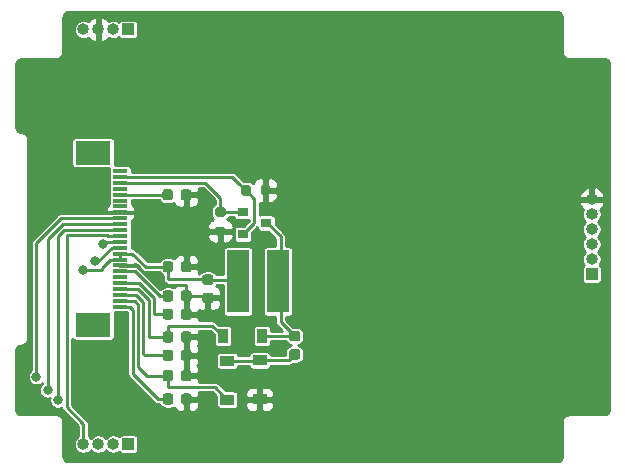
<source format=gbl>
%TF.GenerationSoftware,KiCad,Pcbnew,(5.1.8)-1*%
%TF.CreationDate,2021-05-19T16:55:57+03:00*%
%TF.ProjectId,eInk_DS18B20,65496e6b-5f44-4533-9138-4232302e6b69,rev?*%
%TF.SameCoordinates,Original*%
%TF.FileFunction,Copper,L2,Bot*%
%TF.FilePolarity,Positive*%
%FSLAX46Y46*%
G04 Gerber Fmt 4.6, Leading zero omitted, Abs format (unit mm)*
G04 Created by KiCad (PCBNEW (5.1.8)-1) date 2021-05-19 16:55:57*
%MOMM*%
%LPD*%
G01*
G04 APERTURE LIST*
%TA.AperFunction,SMDPad,CuDef*%
%ADD10R,1.200000X0.900000*%
%TD*%
%TA.AperFunction,SMDPad,CuDef*%
%ADD11R,0.900000X1.200000*%
%TD*%
%TA.AperFunction,SMDPad,CuDef*%
%ADD12R,0.900000X0.800000*%
%TD*%
%TA.AperFunction,SMDPad,CuDef*%
%ADD13R,1.250000X0.300000*%
%TD*%
%TA.AperFunction,SMDPad,CuDef*%
%ADD14R,3.000000X2.000000*%
%TD*%
%TA.AperFunction,ComponentPad*%
%ADD15O,1.000000X1.000000*%
%TD*%
%TA.AperFunction,ComponentPad*%
%ADD16R,1.000000X1.000000*%
%TD*%
%TA.AperFunction,SMDPad,CuDef*%
%ADD17R,1.900000X5.300000*%
%TD*%
%TA.AperFunction,ViaPad*%
%ADD18C,0.800000*%
%TD*%
%TA.AperFunction,Conductor*%
%ADD19C,0.250000*%
%TD*%
%TA.AperFunction,Conductor*%
%ADD20C,0.254000*%
%TD*%
%TA.AperFunction,Conductor*%
%ADD21C,0.100000*%
%TD*%
G04 APERTURE END LIST*
D10*
%TO.P,D1,1*%
%TO.N,Net-(C2-Pad1)*%
X81788000Y-87326200D03*
%TO.P,D1,2*%
%TO.N,/PREVGL*%
X81788000Y-90626200D03*
%TD*%
%TO.P,D2,2*%
%TO.N,Net-(C2-Pad1)*%
X84531200Y-87301800D03*
%TO.P,D2,1*%
%TO.N,GND*%
X84531200Y-90601800D03*
%TD*%
D11*
%TO.P,D3,1*%
%TO.N,/PREVGH*%
X81409000Y-85242400D03*
%TO.P,D3,2*%
%TO.N,Net-(C2-Pad2)*%
X84709000Y-85242400D03*
%TD*%
D12*
%TO.P,Q1,1*%
%TO.N,/GDR*%
X83099400Y-76616600D03*
%TO.P,Q1,2*%
%TO.N,/RESE*%
X83099400Y-74716600D03*
%TO.P,Q1,3*%
%TO.N,Net-(C2-Pad2)*%
X85099400Y-75666600D03*
%TD*%
D13*
%TO.P,J1,1*%
%TO.N,Net-(J1-Pad1)*%
X72745600Y-71262600D03*
%TO.P,J1,2*%
%TO.N,/GDR*%
X72745600Y-71762600D03*
%TO.P,J1,3*%
%TO.N,/RESE*%
X72745600Y-72262600D03*
%TO.P,J1,4*%
%TO.N,Net-(J1-Pad4)*%
X72745600Y-72762600D03*
%TO.P,J1,5*%
%TO.N,Net-(C7-Pad1)*%
X72745600Y-73262600D03*
%TO.P,J1,6*%
%TO.N,Net-(J1-Pad6)*%
X72745600Y-73762600D03*
%TO.P,J1,7*%
%TO.N,Net-(J1-Pad7)*%
X72745600Y-74262600D03*
%TO.P,J1,8*%
%TO.N,GND*%
X72745600Y-74762600D03*
%TO.P,J1,9*%
%TO.N,/BUSY*%
X72745600Y-75262600D03*
%TO.P,J1,10*%
%TO.N,/RES*%
X72745600Y-75762600D03*
%TO.P,J1,11*%
%TO.N,/DC*%
X72745600Y-76262600D03*
%TO.P,J1,12*%
%TO.N,/CS*%
X72745600Y-76762600D03*
%TO.P,J1,13*%
%TO.N,/SCLK*%
X72745600Y-77262600D03*
%TO.P,J1,14*%
%TO.N,/SDI*%
X72745600Y-77762600D03*
%TO.P,J1,15*%
%TO.N,+3V3*%
X72745600Y-78262600D03*
%TO.P,J1,16*%
X72745600Y-78762600D03*
%TO.P,J1,17*%
%TO.N,GND*%
X72745600Y-79262600D03*
%TO.P,J1,18*%
%TO.N,Net-(C8-Pad1)*%
X72745600Y-79762600D03*
%TO.P,J1,19*%
%TO.N,Net-(J1-Pad19)*%
X72745600Y-80262600D03*
%TO.P,J1,20*%
%TO.N,Net-(C5-Pad1)*%
X72745600Y-80762600D03*
%TO.P,J1,21*%
%TO.N,/PREVGH*%
X72745600Y-81262600D03*
%TO.P,J1,22*%
%TO.N,Net-(C9-Pad1)*%
X72745600Y-81762600D03*
%TO.P,J1,23*%
%TO.N,/PREVGL*%
X72745600Y-82262600D03*
%TO.P,J1,24*%
%TO.N,/VCOM*%
X72745600Y-82762600D03*
D14*
%TO.P,J1,0*%
%TO.N,N/C*%
X70420600Y-84302600D03*
X70420600Y-69722600D03*
%TD*%
%TO.P,C1,1*%
%TO.N,+3V3*%
%TA.AperFunction,SMDPad,CuDef*%
G36*
G01*
X79887000Y-80017200D02*
X80387000Y-80017200D01*
G75*
G02*
X80612000Y-80242200I0J-225000D01*
G01*
X80612000Y-80692200D01*
G75*
G02*
X80387000Y-80917200I-225000J0D01*
G01*
X79887000Y-80917200D01*
G75*
G02*
X79662000Y-80692200I0J225000D01*
G01*
X79662000Y-80242200D01*
G75*
G02*
X79887000Y-80017200I225000J0D01*
G01*
G37*
%TD.AperFunction*%
%TO.P,C1,2*%
%TO.N,GND*%
%TA.AperFunction,SMDPad,CuDef*%
G36*
G01*
X79887000Y-81567200D02*
X80387000Y-81567200D01*
G75*
G02*
X80612000Y-81792200I0J-225000D01*
G01*
X80612000Y-82242200D01*
G75*
G02*
X80387000Y-82467200I-225000J0D01*
G01*
X79887000Y-82467200D01*
G75*
G02*
X79662000Y-82242200I0J225000D01*
G01*
X79662000Y-81792200D01*
G75*
G02*
X79887000Y-81567200I225000J0D01*
G01*
G37*
%TD.AperFunction*%
%TD*%
%TO.P,C2,2*%
%TO.N,Net-(C2-Pad2)*%
%TA.AperFunction,SMDPad,CuDef*%
G36*
G01*
X87753000Y-85692400D02*
X87253000Y-85692400D01*
G75*
G02*
X87028000Y-85467400I0J225000D01*
G01*
X87028000Y-85017400D01*
G75*
G02*
X87253000Y-84792400I225000J0D01*
G01*
X87753000Y-84792400D01*
G75*
G02*
X87978000Y-85017400I0J-225000D01*
G01*
X87978000Y-85467400D01*
G75*
G02*
X87753000Y-85692400I-225000J0D01*
G01*
G37*
%TD.AperFunction*%
%TO.P,C2,1*%
%TO.N,Net-(C2-Pad1)*%
%TA.AperFunction,SMDPad,CuDef*%
G36*
G01*
X87753000Y-87242400D02*
X87253000Y-87242400D01*
G75*
G02*
X87028000Y-87017400I0J225000D01*
G01*
X87028000Y-86567400D01*
G75*
G02*
X87253000Y-86342400I225000J0D01*
G01*
X87753000Y-86342400D01*
G75*
G02*
X87978000Y-86567400I0J-225000D01*
G01*
X87978000Y-87017400D01*
G75*
G02*
X87753000Y-87242400I-225000J0D01*
G01*
G37*
%TD.AperFunction*%
%TD*%
%TO.P,C3,2*%
%TO.N,GND*%
%TA.AperFunction,SMDPad,CuDef*%
G36*
G01*
X77858800Y-85568600D02*
X77858800Y-85068600D01*
G75*
G02*
X78083800Y-84843600I225000J0D01*
G01*
X78533800Y-84843600D01*
G75*
G02*
X78758800Y-85068600I0J-225000D01*
G01*
X78758800Y-85568600D01*
G75*
G02*
X78533800Y-85793600I-225000J0D01*
G01*
X78083800Y-85793600D01*
G75*
G02*
X77858800Y-85568600I0J225000D01*
G01*
G37*
%TD.AperFunction*%
%TO.P,C3,1*%
%TO.N,/PREVGH*%
%TA.AperFunction,SMDPad,CuDef*%
G36*
G01*
X76308800Y-85568600D02*
X76308800Y-85068600D01*
G75*
G02*
X76533800Y-84843600I225000J0D01*
G01*
X76983800Y-84843600D01*
G75*
G02*
X77208800Y-85068600I0J-225000D01*
G01*
X77208800Y-85568600D01*
G75*
G02*
X76983800Y-85793600I-225000J0D01*
G01*
X76533800Y-85793600D01*
G75*
G02*
X76308800Y-85568600I0J225000D01*
G01*
G37*
%TD.AperFunction*%
%TD*%
%TO.P,C4,2*%
%TO.N,GND*%
%TA.AperFunction,SMDPad,CuDef*%
G36*
G01*
X77858200Y-79625000D02*
X77858200Y-79125000D01*
G75*
G02*
X78083200Y-78900000I225000J0D01*
G01*
X78533200Y-78900000D01*
G75*
G02*
X78758200Y-79125000I0J-225000D01*
G01*
X78758200Y-79625000D01*
G75*
G02*
X78533200Y-79850000I-225000J0D01*
G01*
X78083200Y-79850000D01*
G75*
G02*
X77858200Y-79625000I0J225000D01*
G01*
G37*
%TD.AperFunction*%
%TO.P,C4,1*%
%TO.N,+3V3*%
%TA.AperFunction,SMDPad,CuDef*%
G36*
G01*
X76308200Y-79625000D02*
X76308200Y-79125000D01*
G75*
G02*
X76533200Y-78900000I225000J0D01*
G01*
X76983200Y-78900000D01*
G75*
G02*
X77208200Y-79125000I0J-225000D01*
G01*
X77208200Y-79625000D01*
G75*
G02*
X76983200Y-79850000I-225000J0D01*
G01*
X76533200Y-79850000D01*
G75*
G02*
X76308200Y-79625000I0J225000D01*
G01*
G37*
%TD.AperFunction*%
%TD*%
%TO.P,C5,1*%
%TO.N,Net-(C5-Pad1)*%
%TA.AperFunction,SMDPad,CuDef*%
G36*
G01*
X76308800Y-83638200D02*
X76308800Y-83138200D01*
G75*
G02*
X76533800Y-82913200I225000J0D01*
G01*
X76983800Y-82913200D01*
G75*
G02*
X77208800Y-83138200I0J-225000D01*
G01*
X77208800Y-83638200D01*
G75*
G02*
X76983800Y-83863200I-225000J0D01*
G01*
X76533800Y-83863200D01*
G75*
G02*
X76308800Y-83638200I0J225000D01*
G01*
G37*
%TD.AperFunction*%
%TO.P,C5,2*%
%TO.N,GND*%
%TA.AperFunction,SMDPad,CuDef*%
G36*
G01*
X77858800Y-83638200D02*
X77858800Y-83138200D01*
G75*
G02*
X78083800Y-82913200I225000J0D01*
G01*
X78533800Y-82913200D01*
G75*
G02*
X78758800Y-83138200I0J-225000D01*
G01*
X78758800Y-83638200D01*
G75*
G02*
X78533800Y-83863200I-225000J0D01*
G01*
X78083800Y-83863200D01*
G75*
G02*
X77858800Y-83638200I0J225000D01*
G01*
G37*
%TD.AperFunction*%
%TD*%
%TO.P,C6,2*%
%TO.N,GND*%
%TA.AperFunction,SMDPad,CuDef*%
G36*
G01*
X77861000Y-88845200D02*
X77861000Y-88345200D01*
G75*
G02*
X78086000Y-88120200I225000J0D01*
G01*
X78536000Y-88120200D01*
G75*
G02*
X78761000Y-88345200I0J-225000D01*
G01*
X78761000Y-88845200D01*
G75*
G02*
X78536000Y-89070200I-225000J0D01*
G01*
X78086000Y-89070200D01*
G75*
G02*
X77861000Y-88845200I0J225000D01*
G01*
G37*
%TD.AperFunction*%
%TO.P,C6,1*%
%TO.N,/PREVGL*%
%TA.AperFunction,SMDPad,CuDef*%
G36*
G01*
X76311000Y-88845200D02*
X76311000Y-88345200D01*
G75*
G02*
X76536000Y-88120200I225000J0D01*
G01*
X76986000Y-88120200D01*
G75*
G02*
X77211000Y-88345200I0J-225000D01*
G01*
X77211000Y-88845200D01*
G75*
G02*
X76986000Y-89070200I-225000J0D01*
G01*
X76536000Y-89070200D01*
G75*
G02*
X76311000Y-88845200I0J225000D01*
G01*
G37*
%TD.AperFunction*%
%TD*%
%TO.P,C7,1*%
%TO.N,Net-(C7-Pad1)*%
%TA.AperFunction,SMDPad,CuDef*%
G36*
G01*
X76295800Y-73529000D02*
X76295800Y-73029000D01*
G75*
G02*
X76520800Y-72804000I225000J0D01*
G01*
X76970800Y-72804000D01*
G75*
G02*
X77195800Y-73029000I0J-225000D01*
G01*
X77195800Y-73529000D01*
G75*
G02*
X76970800Y-73754000I-225000J0D01*
G01*
X76520800Y-73754000D01*
G75*
G02*
X76295800Y-73529000I0J225000D01*
G01*
G37*
%TD.AperFunction*%
%TO.P,C7,2*%
%TO.N,GND*%
%TA.AperFunction,SMDPad,CuDef*%
G36*
G01*
X77845800Y-73529000D02*
X77845800Y-73029000D01*
G75*
G02*
X78070800Y-72804000I225000J0D01*
G01*
X78520800Y-72804000D01*
G75*
G02*
X78745800Y-73029000I0J-225000D01*
G01*
X78745800Y-73529000D01*
G75*
G02*
X78520800Y-73754000I-225000J0D01*
G01*
X78070800Y-73754000D01*
G75*
G02*
X77845800Y-73529000I0J225000D01*
G01*
G37*
%TD.AperFunction*%
%TD*%
%TO.P,C8,1*%
%TO.N,Net-(C8-Pad1)*%
%TA.AperFunction,SMDPad,CuDef*%
G36*
G01*
X76308800Y-82088800D02*
X76308800Y-81588800D01*
G75*
G02*
X76533800Y-81363800I225000J0D01*
G01*
X76983800Y-81363800D01*
G75*
G02*
X77208800Y-81588800I0J-225000D01*
G01*
X77208800Y-82088800D01*
G75*
G02*
X76983800Y-82313800I-225000J0D01*
G01*
X76533800Y-82313800D01*
G75*
G02*
X76308800Y-82088800I0J225000D01*
G01*
G37*
%TD.AperFunction*%
%TO.P,C8,2*%
%TO.N,GND*%
%TA.AperFunction,SMDPad,CuDef*%
G36*
G01*
X77858800Y-82088800D02*
X77858800Y-81588800D01*
G75*
G02*
X78083800Y-81363800I225000J0D01*
G01*
X78533800Y-81363800D01*
G75*
G02*
X78758800Y-81588800I0J-225000D01*
G01*
X78758800Y-82088800D01*
G75*
G02*
X78533800Y-82313800I-225000J0D01*
G01*
X78083800Y-82313800D01*
G75*
G02*
X77858800Y-82088800I0J225000D01*
G01*
G37*
%TD.AperFunction*%
%TD*%
%TO.P,C9,1*%
%TO.N,Net-(C9-Pad1)*%
%TA.AperFunction,SMDPad,CuDef*%
G36*
G01*
X76311000Y-87118000D02*
X76311000Y-86618000D01*
G75*
G02*
X76536000Y-86393000I225000J0D01*
G01*
X76986000Y-86393000D01*
G75*
G02*
X77211000Y-86618000I0J-225000D01*
G01*
X77211000Y-87118000D01*
G75*
G02*
X76986000Y-87343000I-225000J0D01*
G01*
X76536000Y-87343000D01*
G75*
G02*
X76311000Y-87118000I0J225000D01*
G01*
G37*
%TD.AperFunction*%
%TO.P,C9,2*%
%TO.N,GND*%
%TA.AperFunction,SMDPad,CuDef*%
G36*
G01*
X77861000Y-87118000D02*
X77861000Y-86618000D01*
G75*
G02*
X78086000Y-86393000I225000J0D01*
G01*
X78536000Y-86393000D01*
G75*
G02*
X78761000Y-86618000I0J-225000D01*
G01*
X78761000Y-87118000D01*
G75*
G02*
X78536000Y-87343000I-225000J0D01*
G01*
X78086000Y-87343000D01*
G75*
G02*
X77861000Y-87118000I0J225000D01*
G01*
G37*
%TD.AperFunction*%
%TD*%
%TO.P,C10,1*%
%TO.N,/VCOM*%
%TA.AperFunction,SMDPad,CuDef*%
G36*
G01*
X76311000Y-90826400D02*
X76311000Y-90326400D01*
G75*
G02*
X76536000Y-90101400I225000J0D01*
G01*
X76986000Y-90101400D01*
G75*
G02*
X77211000Y-90326400I0J-225000D01*
G01*
X77211000Y-90826400D01*
G75*
G02*
X76986000Y-91051400I-225000J0D01*
G01*
X76536000Y-91051400D01*
G75*
G02*
X76311000Y-90826400I0J225000D01*
G01*
G37*
%TD.AperFunction*%
%TO.P,C10,2*%
%TO.N,GND*%
%TA.AperFunction,SMDPad,CuDef*%
G36*
G01*
X77861000Y-90826400D02*
X77861000Y-90326400D01*
G75*
G02*
X78086000Y-90101400I225000J0D01*
G01*
X78536000Y-90101400D01*
G75*
G02*
X78761000Y-90326400I0J-225000D01*
G01*
X78761000Y-90826400D01*
G75*
G02*
X78536000Y-91051400I-225000J0D01*
G01*
X78086000Y-91051400D01*
G75*
G02*
X77861000Y-90826400I0J225000D01*
G01*
G37*
%TD.AperFunction*%
%TD*%
%TO.P,R1,1*%
%TO.N,/GDR*%
%TA.AperFunction,SMDPad,CuDef*%
G36*
G01*
X82962800Y-73173000D02*
X82962800Y-72623000D01*
G75*
G02*
X83162800Y-72423000I200000J0D01*
G01*
X83562800Y-72423000D01*
G75*
G02*
X83762800Y-72623000I0J-200000D01*
G01*
X83762800Y-73173000D01*
G75*
G02*
X83562800Y-73373000I-200000J0D01*
G01*
X83162800Y-73373000D01*
G75*
G02*
X82962800Y-73173000I0J200000D01*
G01*
G37*
%TD.AperFunction*%
%TO.P,R1,2*%
%TO.N,GND*%
%TA.AperFunction,SMDPad,CuDef*%
G36*
G01*
X84612800Y-73173000D02*
X84612800Y-72623000D01*
G75*
G02*
X84812800Y-72423000I200000J0D01*
G01*
X85212800Y-72423000D01*
G75*
G02*
X85412800Y-72623000I0J-200000D01*
G01*
X85412800Y-73173000D01*
G75*
G02*
X85212800Y-73373000I-200000J0D01*
G01*
X84812800Y-73373000D01*
G75*
G02*
X84612800Y-73173000I0J200000D01*
G01*
G37*
%TD.AperFunction*%
%TD*%
%TO.P,R2,2*%
%TO.N,GND*%
%TA.AperFunction,SMDPad,CuDef*%
G36*
G01*
X80928800Y-75976800D02*
X81478800Y-75976800D01*
G75*
G02*
X81678800Y-76176800I0J-200000D01*
G01*
X81678800Y-76576800D01*
G75*
G02*
X81478800Y-76776800I-200000J0D01*
G01*
X80928800Y-76776800D01*
G75*
G02*
X80728800Y-76576800I0J200000D01*
G01*
X80728800Y-76176800D01*
G75*
G02*
X80928800Y-75976800I200000J0D01*
G01*
G37*
%TD.AperFunction*%
%TO.P,R2,1*%
%TO.N,/RESE*%
%TA.AperFunction,SMDPad,CuDef*%
G36*
G01*
X80928800Y-74326800D02*
X81478800Y-74326800D01*
G75*
G02*
X81678800Y-74526800I0J-200000D01*
G01*
X81678800Y-74926800D01*
G75*
G02*
X81478800Y-75126800I-200000J0D01*
G01*
X80928800Y-75126800D01*
G75*
G02*
X80728800Y-74926800I0J200000D01*
G01*
X80728800Y-74526800D01*
G75*
G02*
X80928800Y-74326800I200000J0D01*
G01*
G37*
%TD.AperFunction*%
%TD*%
D15*
%TO.P,J2,4*%
%TO.N,/CS*%
X69596000Y-94386400D03*
%TO.P,J2,3*%
%TO.N,/DC*%
X70866000Y-94386400D03*
%TO.P,J2,2*%
%TO.N,/RES*%
X72136000Y-94386400D03*
D16*
%TO.P,J2,1*%
%TO.N,/BUSY*%
X73406000Y-94386400D03*
%TD*%
%TO.P,J3,1*%
%TO.N,/SCLK*%
X73406000Y-59283600D03*
D15*
%TO.P,J3,2*%
%TO.N,/SDI*%
X72136000Y-59283600D03*
%TO.P,J3,3*%
%TO.N,GND*%
X70866000Y-59283600D03*
%TO.P,J3,4*%
%TO.N,+3V3*%
X69596000Y-59283600D03*
%TD*%
D17*
%TO.P,L1,1*%
%TO.N,+3V3*%
X82678400Y-80619600D03*
%TO.P,L1,2*%
%TO.N,Net-(C2-Pad2)*%
X86078400Y-80619600D03*
%TD*%
D15*
%TO.P,J4,6*%
%TO.N,GND*%
X112649000Y-73660000D03*
%TO.P,J4,5*%
%TO.N,/CS1*%
X112649000Y-74930000D03*
%TO.P,J4,4*%
%TO.N,/MOSI*%
X112649000Y-76200000D03*
%TO.P,J4,3*%
%TO.N,/SCK*%
X112649000Y-77470000D03*
%TO.P,J4,2*%
%TO.N,/MISO*%
X112649000Y-78740000D03*
D16*
%TO.P,J4,1*%
%TO.N,/P1.0*%
X112649000Y-80010000D03*
%TD*%
D18*
%TO.N,GND*%
X79781400Y-85344000D03*
X80137000Y-82017200D03*
X80035400Y-79375000D03*
X85013800Y-71196200D03*
X76784200Y-94386400D03*
X80365600Y-94437200D03*
X83997800Y-94411800D03*
X87528400Y-94462600D03*
X91363800Y-94462600D03*
X95478600Y-94462600D03*
X99390200Y-94462600D03*
X103657400Y-94462600D03*
X108991400Y-94462600D03*
X109016800Y-91008200D03*
X112928400Y-90855800D03*
X112953800Y-86741000D03*
X113004600Y-62839600D03*
X113004600Y-65862200D03*
X112953800Y-70104000D03*
X76784200Y-59334400D03*
X80365600Y-59334400D03*
X83972400Y-59334400D03*
X87452200Y-59334400D03*
X91313000Y-59334400D03*
X95326200Y-59334400D03*
X99466400Y-59334400D03*
X103632000Y-59334400D03*
X108813600Y-59334400D03*
X108813600Y-62814200D03*
X112953800Y-82931000D03*
%TO.N,+3V3*%
X69596000Y-79654400D03*
%TO.N,/BUSY*%
X65608200Y-88696800D03*
%TO.N,/RES*%
X66573400Y-89814400D03*
%TO.N,/DC*%
X67453210Y-90678000D03*
%TO.N,/SCLK*%
X71247000Y-77444600D03*
%TO.N,/SDI*%
X70612000Y-78917800D03*
%TD*%
D19*
%TO.N,Net-(C2-Pad1)*%
X84506800Y-87326200D02*
X84531200Y-87301800D01*
X81788000Y-87326200D02*
X84506800Y-87326200D01*
X86993600Y-87301800D02*
X87503000Y-86792400D01*
X84531200Y-87301800D02*
X86993600Y-87301800D01*
%TO.N,/PREVGL*%
X80720000Y-89558200D02*
X81788000Y-90626200D01*
X76761000Y-89558200D02*
X80720000Y-89558200D01*
X76761000Y-88595200D02*
X76761000Y-89558200D01*
X75006200Y-88595200D02*
X76761000Y-88595200D01*
X74237010Y-87826010D02*
X75006200Y-88595200D01*
X74237009Y-82568209D02*
X74237010Y-87826010D01*
X73931400Y-82262600D02*
X74237009Y-82568209D01*
X72745600Y-82262600D02*
X73931400Y-82262600D01*
%TO.N,GND*%
X78311000Y-88595200D02*
X78311000Y-86868000D01*
X78308800Y-80925000D02*
X78308800Y-81838800D01*
X78311000Y-86868000D02*
X78311000Y-85320800D01*
X79958600Y-81838800D02*
X80137000Y-82017200D01*
X78308800Y-81838800D02*
X79958600Y-81838800D01*
X79756000Y-85318600D02*
X79781400Y-85344000D01*
X78308800Y-85318600D02*
X79756000Y-85318600D01*
X78308800Y-83388200D02*
X78308800Y-81838800D01*
X78308200Y-79375000D02*
X80035400Y-79375000D01*
X85012800Y-71197200D02*
X85013800Y-71196200D01*
X85012800Y-72898000D02*
X85012800Y-71197200D01*
X78311000Y-90576400D02*
X78311000Y-91290400D01*
X78311000Y-91290400D02*
X78714600Y-91694000D01*
X84556600Y-90627200D02*
X84531200Y-90601800D01*
X84531200Y-90601800D02*
X84531200Y-91694000D01*
X84531200Y-91694000D02*
X78714600Y-91694000D01*
X84531200Y-88595200D02*
X84531200Y-90601800D01*
X78311000Y-88595200D02*
X84531200Y-88595200D01*
X78308800Y-73292000D02*
X78295800Y-73279000D01*
X72745600Y-74762600D02*
X78297800Y-74762600D01*
X75775850Y-80925000D02*
X78308800Y-80925000D01*
X74113450Y-79262600D02*
X75775850Y-80925000D01*
X72745600Y-79262600D02*
X74113450Y-79262600D01*
X78297800Y-73281000D02*
X78295800Y-73279000D01*
X78297800Y-74762600D02*
X78297800Y-73281000D01*
X78308200Y-74773000D02*
X78297800Y-74762600D01*
X78385400Y-76376800D02*
X78308200Y-76454000D01*
X81203800Y-76376800D02*
X78385400Y-76376800D01*
X78308200Y-76454000D02*
X78308200Y-74773000D01*
X78308200Y-79375000D02*
X78308200Y-76454000D01*
%TO.N,/PREVGH*%
X80520000Y-84353400D02*
X81409000Y-85242400D01*
X76758800Y-84353400D02*
X80520000Y-84353400D01*
X76758800Y-85318600D02*
X76758800Y-84353400D01*
X75137028Y-85318600D02*
X76758800Y-85318600D01*
X75137027Y-82195407D02*
X75137028Y-85318600D01*
X74204220Y-81262600D02*
X75137027Y-82195407D01*
X72745600Y-81262600D02*
X74204220Y-81262600D01*
%TO.N,Net-(C2-Pad2)*%
X87503000Y-85242400D02*
X84709000Y-85242400D01*
X86308400Y-84047800D02*
X87503000Y-85242400D01*
X86308400Y-80619600D02*
X86308400Y-84047800D01*
X85099400Y-75666600D02*
X85166200Y-75666600D01*
X86308400Y-76808800D02*
X86308400Y-80619600D01*
X85166200Y-75666600D02*
X86308400Y-76808800D01*
%TO.N,/GDR*%
X82710200Y-72245400D02*
X83362800Y-72898000D01*
X83099400Y-76616600D02*
X84074000Y-75642000D01*
X84074000Y-73609200D02*
X83362800Y-72898000D01*
X84074000Y-75642000D02*
X84074000Y-73609200D01*
X82227400Y-71762600D02*
X82710200Y-72245400D01*
X72745600Y-71762600D02*
X82227400Y-71762600D01*
%TO.N,/RESE*%
X81214000Y-74716600D02*
X81203800Y-74726800D01*
X83099400Y-74716600D02*
X81214000Y-74716600D01*
X81203800Y-73533000D02*
X81203800Y-74726800D01*
X79933400Y-72262600D02*
X81203800Y-73533000D01*
X72745600Y-72262600D02*
X79933400Y-72262600D01*
%TO.N,Net-(C5-Pad1)*%
X75587037Y-83388200D02*
X76758800Y-83388200D01*
X75587036Y-82009006D02*
X75587037Y-83388200D01*
X74340630Y-80762600D02*
X75587036Y-82009006D01*
X72745600Y-80762600D02*
X74340630Y-80762600D01*
%TO.N,+3V3*%
X76758200Y-80390400D02*
X76816790Y-80448990D01*
X76758200Y-79375000D02*
X76758200Y-80390400D01*
X80118790Y-80448990D02*
X80137000Y-80467200D01*
X76816790Y-80448990D02*
X80118790Y-80448990D01*
X82296000Y-80467200D02*
X82448400Y-80619600D01*
X80137000Y-80467200D02*
X82296000Y-80467200D01*
X71196200Y-79654400D02*
X69596000Y-79654400D01*
X72859200Y-78245400D02*
X72847200Y-78257400D01*
X72948800Y-78245400D02*
X72859200Y-78245400D01*
X71196200Y-79437000D02*
X71196200Y-79654400D01*
X71870600Y-78762600D02*
X71196200Y-79437000D01*
X72745600Y-78762600D02*
X71870600Y-78762600D01*
X73045200Y-78262600D02*
X73050400Y-78257400D01*
X72745600Y-78262600D02*
X73045200Y-78262600D01*
X73050400Y-78257400D02*
X73761600Y-78257400D01*
X73761600Y-78257400D02*
X74879200Y-79375000D01*
X74879200Y-79375000D02*
X76758200Y-79375000D01*
X72745600Y-78762600D02*
X72745600Y-78262600D01*
%TO.N,Net-(C7-Pad1)*%
X76729400Y-73262600D02*
X76745800Y-73279000D01*
X72745600Y-73262600D02*
X76729400Y-73262600D01*
%TO.N,Net-(C8-Pad1)*%
X73141400Y-79745400D02*
X73166399Y-79770399D01*
X72948800Y-79745400D02*
X73141400Y-79745400D01*
X76053240Y-81838800D02*
X76758800Y-81838800D01*
X73977040Y-79762600D02*
X76053240Y-81838800D01*
X72745600Y-79762600D02*
X73977040Y-79762600D01*
%TO.N,Net-(C9-Pad1)*%
X74687018Y-86740999D02*
X74814019Y-86868000D01*
X74687018Y-82381808D02*
X74687018Y-86740999D01*
X74814019Y-86868000D02*
X76761000Y-86868000D01*
X74067810Y-81762600D02*
X74687018Y-82381808D01*
X72745600Y-81762600D02*
X74067810Y-81762600D01*
%TO.N,/VCOM*%
X73787000Y-88468200D02*
X75895200Y-90576400D01*
X73787000Y-83032600D02*
X73787000Y-88468200D01*
X75895200Y-90576400D02*
X76761000Y-90576400D01*
X73517000Y-82762600D02*
X73787000Y-83032600D01*
X72745600Y-82762600D02*
X73517000Y-82762600D01*
%TO.N,/BUSY*%
X67718990Y-75262600D02*
X65633600Y-77347990D01*
X72745600Y-75262600D02*
X67718990Y-75262600D01*
X65633600Y-88671400D02*
X65608200Y-88696800D01*
X65633600Y-77347990D02*
X65633600Y-88671400D01*
%TO.N,/RES*%
X72951400Y-75745400D02*
X72954000Y-75742800D01*
X72948800Y-75745400D02*
X72951400Y-75745400D01*
X66573400Y-77044600D02*
X66573400Y-89814400D01*
X67855400Y-75762600D02*
X66573400Y-77044600D01*
X72745600Y-75762600D02*
X67855400Y-75762600D01*
%TO.N,/DC*%
X67991810Y-76262600D02*
X67462400Y-76792010D01*
X72745600Y-76262600D02*
X67991810Y-76262600D01*
X67462400Y-90668810D02*
X67453210Y-90678000D01*
X67462400Y-76792010D02*
X67462400Y-90668810D01*
%TO.N,/CS*%
X71663001Y-76787599D02*
X71595001Y-76719599D01*
X72742201Y-76787599D02*
X71663001Y-76787599D01*
X72745600Y-76784200D02*
X72742201Y-76787599D01*
X72745600Y-76762600D02*
X72745600Y-76784200D01*
X68185199Y-76719599D02*
X68178210Y-76712610D01*
X71595001Y-76719599D02*
X68185199Y-76719599D01*
X68178210Y-76712610D02*
X68178210Y-91266810D01*
X69596000Y-92684600D02*
X69596000Y-94386400D01*
X68178210Y-91266810D02*
X69596000Y-92684600D01*
%TO.N,/SCLK*%
X72745600Y-77262600D02*
X71586800Y-77262600D01*
X71404800Y-77444600D02*
X71586800Y-77262600D01*
X71247000Y-77444600D02*
X71404800Y-77444600D01*
%TO.N,/SDI*%
X70715400Y-78917800D02*
X70612000Y-78917800D01*
X70846802Y-78917800D02*
X70612000Y-78917800D01*
X72002002Y-77762600D02*
X70846802Y-78917800D01*
X72745600Y-77762600D02*
X72002002Y-77762600D01*
%TD*%
D20*
%TO.N,GND*%
X109822406Y-57842896D02*
X109888788Y-57862938D01*
X109950003Y-57895486D01*
X110003737Y-57939311D01*
X110047932Y-57992734D01*
X110080911Y-58053727D01*
X110101415Y-58119963D01*
X110109401Y-58195942D01*
X110109400Y-61170661D01*
X110110060Y-61177362D01*
X110110038Y-61180523D01*
X110110245Y-61182635D01*
X110120609Y-61281237D01*
X110123384Y-61294757D01*
X110125961Y-61308265D01*
X110126574Y-61310296D01*
X110155892Y-61405006D01*
X110161227Y-61417698D01*
X110166391Y-61430479D01*
X110167387Y-61432352D01*
X110214542Y-61519564D01*
X110222252Y-61530994D01*
X110229790Y-61542514D01*
X110231131Y-61544158D01*
X110294328Y-61620550D01*
X110304087Y-61630241D01*
X110313742Y-61640101D01*
X110315377Y-61641453D01*
X110392208Y-61704115D01*
X110403680Y-61711737D01*
X110415051Y-61719523D01*
X110416918Y-61720532D01*
X110504457Y-61767077D01*
X110517200Y-61772330D01*
X110529856Y-61777754D01*
X110531883Y-61778382D01*
X110626796Y-61807038D01*
X110640356Y-61809723D01*
X110653786Y-61812578D01*
X110655896Y-61812800D01*
X110754567Y-61822475D01*
X110754578Y-61822475D01*
X110761938Y-61823200D01*
X113733761Y-61823200D01*
X113810206Y-61830696D01*
X113876588Y-61850738D01*
X113937803Y-61883286D01*
X113991537Y-61927111D01*
X114035732Y-61980534D01*
X114068711Y-62041527D01*
X114089215Y-62107763D01*
X114097201Y-62183742D01*
X114097200Y-91483361D01*
X114089704Y-91559810D01*
X114069663Y-91626187D01*
X114037114Y-91687403D01*
X113993291Y-91741135D01*
X113939866Y-91785333D01*
X113878873Y-91818311D01*
X113812637Y-91838815D01*
X113736668Y-91846800D01*
X110761938Y-91846800D01*
X110755237Y-91847460D01*
X110752077Y-91847438D01*
X110749965Y-91847645D01*
X110651363Y-91858009D01*
X110637843Y-91860784D01*
X110624335Y-91863361D01*
X110622306Y-91863973D01*
X110622300Y-91863975D01*
X110527594Y-91893292D01*
X110514902Y-91898627D01*
X110502121Y-91903791D01*
X110500248Y-91904787D01*
X110413036Y-91951942D01*
X110401621Y-91959641D01*
X110390086Y-91967190D01*
X110388441Y-91968531D01*
X110312050Y-92031728D01*
X110302359Y-92041487D01*
X110292499Y-92051142D01*
X110291147Y-92052777D01*
X110228485Y-92129608D01*
X110220863Y-92141080D01*
X110213077Y-92152451D01*
X110212068Y-92154318D01*
X110165523Y-92241857D01*
X110160270Y-92254600D01*
X110154846Y-92267256D01*
X110154221Y-92269277D01*
X110154218Y-92269284D01*
X110154217Y-92269291D01*
X110125562Y-92364196D01*
X110122884Y-92377724D01*
X110120022Y-92391186D01*
X110119800Y-92393296D01*
X110110125Y-92491967D01*
X110110125Y-92491988D01*
X110109401Y-92499338D01*
X110109400Y-95471161D01*
X110101904Y-95547610D01*
X110081863Y-95613987D01*
X110049314Y-95675203D01*
X110005491Y-95728935D01*
X109952066Y-95773133D01*
X109891073Y-95806111D01*
X109824837Y-95826615D01*
X109748868Y-95834600D01*
X68282639Y-95834600D01*
X68206190Y-95827104D01*
X68139813Y-95807063D01*
X68078597Y-95774514D01*
X68024865Y-95730691D01*
X67980667Y-95677266D01*
X67947689Y-95616273D01*
X67927185Y-95550037D01*
X67919200Y-95474068D01*
X67919200Y-92499338D01*
X67918540Y-92492637D01*
X67918562Y-92489477D01*
X67918355Y-92487365D01*
X67907991Y-92388763D01*
X67905216Y-92375243D01*
X67902639Y-92361735D01*
X67902026Y-92359704D01*
X67872708Y-92264994D01*
X67867373Y-92252302D01*
X67862209Y-92239521D01*
X67861213Y-92237648D01*
X67814058Y-92150436D01*
X67806359Y-92139021D01*
X67798810Y-92127486D01*
X67797469Y-92125841D01*
X67734272Y-92049450D01*
X67724513Y-92039759D01*
X67714858Y-92029899D01*
X67713223Y-92028547D01*
X67636392Y-91965885D01*
X67624920Y-91958263D01*
X67613549Y-91950477D01*
X67611682Y-91949468D01*
X67524143Y-91902923D01*
X67511400Y-91897670D01*
X67498744Y-91892246D01*
X67496723Y-91891621D01*
X67496716Y-91891618D01*
X67496709Y-91891617D01*
X67401804Y-91862962D01*
X67388276Y-91860284D01*
X67374814Y-91857422D01*
X67372704Y-91857200D01*
X67274033Y-91847525D01*
X67274022Y-91847525D01*
X67266662Y-91846800D01*
X64294839Y-91846800D01*
X64218390Y-91839304D01*
X64152013Y-91819263D01*
X64090797Y-91786714D01*
X64037065Y-91742891D01*
X63992867Y-91689466D01*
X63959889Y-91628473D01*
X63939385Y-91562237D01*
X63931400Y-91486268D01*
X63931400Y-88625197D01*
X64881200Y-88625197D01*
X64881200Y-88768403D01*
X64909138Y-88908858D01*
X64963941Y-89041164D01*
X65043502Y-89160236D01*
X65144764Y-89261498D01*
X65263836Y-89341059D01*
X65396142Y-89395862D01*
X65536597Y-89423800D01*
X65679803Y-89423800D01*
X65820258Y-89395862D01*
X65952564Y-89341059D01*
X66071636Y-89261498D01*
X66121401Y-89211733D01*
X66121401Y-89242060D01*
X66109964Y-89249702D01*
X66008702Y-89350964D01*
X65929141Y-89470036D01*
X65874338Y-89602342D01*
X65846400Y-89742797D01*
X65846400Y-89886003D01*
X65874338Y-90026458D01*
X65929141Y-90158764D01*
X66008702Y-90277836D01*
X66109964Y-90379098D01*
X66229036Y-90458659D01*
X66361342Y-90513462D01*
X66501797Y-90541400D01*
X66645003Y-90541400D01*
X66743017Y-90521904D01*
X66726210Y-90606397D01*
X66726210Y-90749603D01*
X66754148Y-90890058D01*
X66808951Y-91022364D01*
X66888512Y-91141436D01*
X66989774Y-91242698D01*
X67108846Y-91322259D01*
X67241152Y-91377062D01*
X67381607Y-91405000D01*
X67524813Y-91405000D01*
X67665268Y-91377062D01*
X67732153Y-91349357D01*
X67732750Y-91355417D01*
X67758596Y-91440619D01*
X67788173Y-91495954D01*
X67800568Y-91519143D01*
X67857052Y-91587969D01*
X67874306Y-91602129D01*
X69144000Y-92871824D01*
X69144001Y-93693793D01*
X69068819Y-93744028D01*
X68953628Y-93859219D01*
X68863123Y-93994669D01*
X68800782Y-94145173D01*
X68769000Y-94304948D01*
X68769000Y-94467852D01*
X68800782Y-94627627D01*
X68863123Y-94778131D01*
X68953628Y-94913581D01*
X69068819Y-95028772D01*
X69204269Y-95119277D01*
X69354773Y-95181618D01*
X69514548Y-95213400D01*
X69677452Y-95213400D01*
X69837227Y-95181618D01*
X69987731Y-95119277D01*
X70123181Y-95028772D01*
X70231000Y-94920953D01*
X70338819Y-95028772D01*
X70474269Y-95119277D01*
X70624773Y-95181618D01*
X70784548Y-95213400D01*
X70947452Y-95213400D01*
X71107227Y-95181618D01*
X71257731Y-95119277D01*
X71393181Y-95028772D01*
X71501000Y-94920953D01*
X71608819Y-95028772D01*
X71744269Y-95119277D01*
X71894773Y-95181618D01*
X72054548Y-95213400D01*
X72217452Y-95213400D01*
X72377227Y-95181618D01*
X72527731Y-95119277D01*
X72624967Y-95054306D01*
X72632794Y-95068950D01*
X72673657Y-95118743D01*
X72723450Y-95159606D01*
X72780257Y-95189970D01*
X72841897Y-95208668D01*
X72906000Y-95214982D01*
X73906000Y-95214982D01*
X73970103Y-95208668D01*
X74031743Y-95189970D01*
X74088550Y-95159606D01*
X74138343Y-95118743D01*
X74179206Y-95068950D01*
X74209570Y-95012143D01*
X74228268Y-94950503D01*
X74234582Y-94886400D01*
X74234582Y-93886400D01*
X74228268Y-93822297D01*
X74209570Y-93760657D01*
X74179206Y-93703850D01*
X74138343Y-93654057D01*
X74088550Y-93613194D01*
X74031743Y-93582830D01*
X73970103Y-93564132D01*
X73906000Y-93557818D01*
X72906000Y-93557818D01*
X72841897Y-93564132D01*
X72780257Y-93582830D01*
X72723450Y-93613194D01*
X72673657Y-93654057D01*
X72632794Y-93703850D01*
X72624967Y-93718494D01*
X72527731Y-93653523D01*
X72377227Y-93591182D01*
X72217452Y-93559400D01*
X72054548Y-93559400D01*
X71894773Y-93591182D01*
X71744269Y-93653523D01*
X71608819Y-93744028D01*
X71501000Y-93851847D01*
X71393181Y-93744028D01*
X71257731Y-93653523D01*
X71107227Y-93591182D01*
X70947452Y-93559400D01*
X70784548Y-93559400D01*
X70624773Y-93591182D01*
X70474269Y-93653523D01*
X70338819Y-93744028D01*
X70231000Y-93851847D01*
X70123181Y-93744028D01*
X70048000Y-93693794D01*
X70048000Y-92706805D01*
X70050187Y-92684600D01*
X70041460Y-92595992D01*
X70015614Y-92510790D01*
X70012964Y-92505833D01*
X69973643Y-92432267D01*
X69917159Y-92363441D01*
X69899906Y-92349282D01*
X68630210Y-91079587D01*
X68630210Y-85453001D01*
X68647394Y-85485150D01*
X68688257Y-85534943D01*
X68738050Y-85575806D01*
X68794857Y-85606170D01*
X68856497Y-85624868D01*
X68920600Y-85631182D01*
X71920600Y-85631182D01*
X71984703Y-85624868D01*
X72046343Y-85606170D01*
X72103150Y-85575806D01*
X72152943Y-85534943D01*
X72193806Y-85485150D01*
X72224170Y-85428343D01*
X72242868Y-85366703D01*
X72249182Y-85302600D01*
X72249182Y-83302600D01*
X72243132Y-83241182D01*
X73335000Y-83241182D01*
X73335001Y-88445985D01*
X73332813Y-88468200D01*
X73341540Y-88556807D01*
X73367386Y-88642009D01*
X73409358Y-88720533D01*
X73465842Y-88789359D01*
X73483096Y-88803519D01*
X75559881Y-90880305D01*
X75574041Y-90897559D01*
X75642867Y-90954043D01*
X75721390Y-90996014D01*
X75806592Y-91021860D01*
X75895199Y-91030587D01*
X75917404Y-91028400D01*
X76021570Y-91028400D01*
X76024557Y-91038247D01*
X76075713Y-91133954D01*
X76144558Y-91217842D01*
X76228446Y-91286687D01*
X76324153Y-91337843D01*
X76428002Y-91369345D01*
X76536000Y-91379982D01*
X76986000Y-91379982D01*
X77093998Y-91369345D01*
X77197847Y-91337843D01*
X77272702Y-91297833D01*
X77330463Y-91405894D01*
X77409815Y-91502585D01*
X77506506Y-91581937D01*
X77616820Y-91640902D01*
X77736518Y-91677212D01*
X77861000Y-91689472D01*
X78025250Y-91686400D01*
X78184000Y-91527650D01*
X78184000Y-90703400D01*
X78438000Y-90703400D01*
X78438000Y-91527650D01*
X78596750Y-91686400D01*
X78761000Y-91689472D01*
X78885482Y-91677212D01*
X79005180Y-91640902D01*
X79115494Y-91581937D01*
X79212185Y-91502585D01*
X79291537Y-91405894D01*
X79350502Y-91295580D01*
X79386812Y-91175882D01*
X79399072Y-91051400D01*
X79396000Y-90862150D01*
X79237250Y-90703400D01*
X78438000Y-90703400D01*
X78184000Y-90703400D01*
X78164000Y-90703400D01*
X78164000Y-90449400D01*
X78184000Y-90449400D01*
X78184000Y-90429400D01*
X78438000Y-90429400D01*
X78438000Y-90449400D01*
X79237250Y-90449400D01*
X79396000Y-90290650D01*
X79399072Y-90101400D01*
X79390090Y-90010200D01*
X80532777Y-90010200D01*
X80859418Y-90336842D01*
X80859418Y-91076200D01*
X80865732Y-91140303D01*
X80884430Y-91201943D01*
X80914794Y-91258750D01*
X80955657Y-91308543D01*
X81005450Y-91349406D01*
X81062257Y-91379770D01*
X81123897Y-91398468D01*
X81188000Y-91404782D01*
X82388000Y-91404782D01*
X82452103Y-91398468D01*
X82513743Y-91379770D01*
X82570550Y-91349406D01*
X82620343Y-91308543D01*
X82661206Y-91258750D01*
X82691570Y-91201943D01*
X82710268Y-91140303D01*
X82716582Y-91076200D01*
X82716582Y-91051800D01*
X83293128Y-91051800D01*
X83305388Y-91176282D01*
X83341698Y-91295980D01*
X83400663Y-91406294D01*
X83480015Y-91502985D01*
X83576706Y-91582337D01*
X83687020Y-91641302D01*
X83806718Y-91677612D01*
X83931200Y-91689872D01*
X84245450Y-91686800D01*
X84404200Y-91528050D01*
X84404200Y-90728800D01*
X84658200Y-90728800D01*
X84658200Y-91528050D01*
X84816950Y-91686800D01*
X85131200Y-91689872D01*
X85255682Y-91677612D01*
X85375380Y-91641302D01*
X85485694Y-91582337D01*
X85582385Y-91502985D01*
X85661737Y-91406294D01*
X85720702Y-91295980D01*
X85757012Y-91176282D01*
X85769272Y-91051800D01*
X85766200Y-90887550D01*
X85607450Y-90728800D01*
X84658200Y-90728800D01*
X84404200Y-90728800D01*
X83454950Y-90728800D01*
X83296200Y-90887550D01*
X83293128Y-91051800D01*
X82716582Y-91051800D01*
X82716582Y-90176200D01*
X82714179Y-90151800D01*
X83293128Y-90151800D01*
X83296200Y-90316050D01*
X83454950Y-90474800D01*
X84404200Y-90474800D01*
X84404200Y-89675550D01*
X84658200Y-89675550D01*
X84658200Y-90474800D01*
X85607450Y-90474800D01*
X85766200Y-90316050D01*
X85769272Y-90151800D01*
X85757012Y-90027318D01*
X85720702Y-89907620D01*
X85661737Y-89797306D01*
X85582385Y-89700615D01*
X85485694Y-89621263D01*
X85375380Y-89562298D01*
X85255682Y-89525988D01*
X85131200Y-89513728D01*
X84816950Y-89516800D01*
X84658200Y-89675550D01*
X84404200Y-89675550D01*
X84245450Y-89516800D01*
X83931200Y-89513728D01*
X83806718Y-89525988D01*
X83687020Y-89562298D01*
X83576706Y-89621263D01*
X83480015Y-89700615D01*
X83400663Y-89797306D01*
X83341698Y-89907620D01*
X83305388Y-90027318D01*
X83293128Y-90151800D01*
X82714179Y-90151800D01*
X82710268Y-90112097D01*
X82691570Y-90050457D01*
X82661206Y-89993650D01*
X82620343Y-89943857D01*
X82570550Y-89902994D01*
X82513743Y-89872630D01*
X82452103Y-89853932D01*
X82388000Y-89847618D01*
X81648642Y-89847618D01*
X81055323Y-89254300D01*
X81041159Y-89237041D01*
X80972333Y-89180557D01*
X80893810Y-89138586D01*
X80808607Y-89112740D01*
X80742205Y-89106200D01*
X80720000Y-89104013D01*
X80697795Y-89106200D01*
X79395526Y-89106200D01*
X79399072Y-89070200D01*
X79396000Y-88880950D01*
X79237250Y-88722200D01*
X78438000Y-88722200D01*
X78438000Y-88742200D01*
X78184000Y-88742200D01*
X78184000Y-88722200D01*
X78164000Y-88722200D01*
X78164000Y-88468200D01*
X78184000Y-88468200D01*
X78184000Y-86995000D01*
X78438000Y-86995000D01*
X78438000Y-88468200D01*
X79237250Y-88468200D01*
X79396000Y-88309450D01*
X79399072Y-88120200D01*
X79386812Y-87995718D01*
X79350502Y-87876020D01*
X79291537Y-87765706D01*
X79263547Y-87731600D01*
X79291537Y-87697494D01*
X79350502Y-87587180D01*
X79386812Y-87467482D01*
X79399072Y-87343000D01*
X79396000Y-87153750D01*
X79237250Y-86995000D01*
X78438000Y-86995000D01*
X78184000Y-86995000D01*
X78164000Y-86995000D01*
X78164000Y-86741000D01*
X78184000Y-86741000D01*
X78184000Y-85916750D01*
X78181800Y-85914550D01*
X78181800Y-85445600D01*
X78435800Y-85445600D01*
X78435800Y-86269850D01*
X78438000Y-86272050D01*
X78438000Y-86741000D01*
X79237250Y-86741000D01*
X79396000Y-86582250D01*
X79399072Y-86393000D01*
X79386812Y-86268518D01*
X79350502Y-86148820D01*
X79319725Y-86091242D01*
X79348302Y-86037780D01*
X79384612Y-85918082D01*
X79396872Y-85793600D01*
X79393800Y-85604350D01*
X79235050Y-85445600D01*
X78435800Y-85445600D01*
X78181800Y-85445600D01*
X78161800Y-85445600D01*
X78161800Y-85191600D01*
X78181800Y-85191600D01*
X78181800Y-85171600D01*
X78435800Y-85171600D01*
X78435800Y-85191600D01*
X79235050Y-85191600D01*
X79393800Y-85032850D01*
X79396872Y-84843600D01*
X79393110Y-84805400D01*
X80332777Y-84805400D01*
X80630418Y-85103041D01*
X80630418Y-85842400D01*
X80636732Y-85906503D01*
X80655430Y-85968143D01*
X80685794Y-86024950D01*
X80726657Y-86074743D01*
X80776450Y-86115606D01*
X80833257Y-86145970D01*
X80894897Y-86164668D01*
X80959000Y-86170982D01*
X81859000Y-86170982D01*
X81923103Y-86164668D01*
X81984743Y-86145970D01*
X82041550Y-86115606D01*
X82091343Y-86074743D01*
X82132206Y-86024950D01*
X82162570Y-85968143D01*
X82181268Y-85906503D01*
X82187582Y-85842400D01*
X82187582Y-84642400D01*
X82181268Y-84578297D01*
X82162570Y-84516657D01*
X82132206Y-84459850D01*
X82091343Y-84410057D01*
X82041550Y-84369194D01*
X81984743Y-84338830D01*
X81923103Y-84320132D01*
X81859000Y-84313818D01*
X81119641Y-84313818D01*
X80855323Y-84049500D01*
X80841159Y-84032241D01*
X80772333Y-83975757D01*
X80693810Y-83933786D01*
X80608607Y-83907940D01*
X80542205Y-83901400D01*
X80520000Y-83899213D01*
X80497795Y-83901400D01*
X79393110Y-83901400D01*
X79396872Y-83863200D01*
X79393800Y-83673950D01*
X79235050Y-83515200D01*
X78435800Y-83515200D01*
X78435800Y-83535200D01*
X78181800Y-83535200D01*
X78181800Y-83515200D01*
X78161800Y-83515200D01*
X78161800Y-83261200D01*
X78181800Y-83261200D01*
X78181800Y-81965800D01*
X78161800Y-81965800D01*
X78161800Y-81711800D01*
X78181800Y-81711800D01*
X78181800Y-81691800D01*
X78435800Y-81691800D01*
X78435800Y-81711800D01*
X78455800Y-81711800D01*
X78455800Y-81965800D01*
X78435800Y-81965800D01*
X78435800Y-83261200D01*
X79235050Y-83261200D01*
X79393800Y-83102450D01*
X79394743Y-83044367D01*
X79417820Y-83056702D01*
X79537518Y-83093012D01*
X79662000Y-83105272D01*
X79851250Y-83102200D01*
X80010000Y-82943450D01*
X80010000Y-82144200D01*
X80264000Y-82144200D01*
X80264000Y-82943450D01*
X80422750Y-83102200D01*
X80612000Y-83105272D01*
X80736482Y-83093012D01*
X80856180Y-83056702D01*
X80966494Y-82997737D01*
X81063185Y-82918385D01*
X81142537Y-82821694D01*
X81201502Y-82711380D01*
X81237812Y-82591682D01*
X81250072Y-82467200D01*
X81247000Y-82302950D01*
X81088250Y-82144200D01*
X80264000Y-82144200D01*
X80010000Y-82144200D01*
X79990000Y-82144200D01*
X79990000Y-81890200D01*
X80010000Y-81890200D01*
X80010000Y-81870200D01*
X80264000Y-81870200D01*
X80264000Y-81890200D01*
X81088250Y-81890200D01*
X81247000Y-81731450D01*
X81250072Y-81567200D01*
X81237812Y-81442718D01*
X81201502Y-81323020D01*
X81142537Y-81212706D01*
X81063185Y-81116015D01*
X80966494Y-81036663D01*
X80858433Y-80978902D01*
X80890344Y-80919200D01*
X81399818Y-80919200D01*
X81399818Y-83269600D01*
X81406132Y-83333703D01*
X81424830Y-83395343D01*
X81455194Y-83452150D01*
X81496057Y-83501943D01*
X81545850Y-83542806D01*
X81602657Y-83573170D01*
X81664297Y-83591868D01*
X81728400Y-83598182D01*
X83628400Y-83598182D01*
X83692503Y-83591868D01*
X83754143Y-83573170D01*
X83810950Y-83542806D01*
X83860743Y-83501943D01*
X83901606Y-83452150D01*
X83931970Y-83395343D01*
X83950668Y-83333703D01*
X83956982Y-83269600D01*
X83956982Y-77969600D01*
X83950668Y-77905497D01*
X83931970Y-77843857D01*
X83901606Y-77787050D01*
X83860743Y-77737257D01*
X83810950Y-77696394D01*
X83754143Y-77666030D01*
X83692503Y-77647332D01*
X83628400Y-77641018D01*
X81728400Y-77641018D01*
X81664297Y-77647332D01*
X81602657Y-77666030D01*
X81545850Y-77696394D01*
X81496057Y-77737257D01*
X81455194Y-77787050D01*
X81424830Y-77843857D01*
X81406132Y-77905497D01*
X81399818Y-77969600D01*
X81399818Y-80015200D01*
X80890344Y-80015200D01*
X80847287Y-79934646D01*
X80778442Y-79850758D01*
X80694554Y-79781913D01*
X80598847Y-79730757D01*
X80494998Y-79699255D01*
X80387000Y-79688618D01*
X79887000Y-79688618D01*
X79779002Y-79699255D01*
X79675153Y-79730757D01*
X79579446Y-79781913D01*
X79495558Y-79850758D01*
X79426713Y-79934646D01*
X79393390Y-79996990D01*
X79377184Y-79996990D01*
X79384012Y-79974482D01*
X79396272Y-79850000D01*
X79393200Y-79660750D01*
X79234450Y-79502000D01*
X78435200Y-79502000D01*
X78435200Y-79522000D01*
X78181200Y-79522000D01*
X78181200Y-79502000D01*
X78161200Y-79502000D01*
X78161200Y-79248000D01*
X78181200Y-79248000D01*
X78181200Y-78423750D01*
X78435200Y-78423750D01*
X78435200Y-79248000D01*
X79234450Y-79248000D01*
X79393200Y-79089250D01*
X79396272Y-78900000D01*
X79384012Y-78775518D01*
X79347702Y-78655820D01*
X79288737Y-78545506D01*
X79209385Y-78448815D01*
X79112694Y-78369463D01*
X79002380Y-78310498D01*
X78882682Y-78274188D01*
X78758200Y-78261928D01*
X78593950Y-78265000D01*
X78435200Y-78423750D01*
X78181200Y-78423750D01*
X78022450Y-78265000D01*
X77858200Y-78261928D01*
X77733718Y-78274188D01*
X77614020Y-78310498D01*
X77503706Y-78369463D01*
X77407015Y-78448815D01*
X77327663Y-78545506D01*
X77269902Y-78653567D01*
X77195047Y-78613557D01*
X77091198Y-78582055D01*
X76983200Y-78571418D01*
X76533200Y-78571418D01*
X76425202Y-78582055D01*
X76321353Y-78613557D01*
X76225646Y-78664713D01*
X76141758Y-78733558D01*
X76072913Y-78817446D01*
X76021757Y-78913153D01*
X76018770Y-78923000D01*
X75066425Y-78923000D01*
X74096923Y-77953500D01*
X74082759Y-77936241D01*
X74013933Y-77879757D01*
X73935410Y-77837786D01*
X73850207Y-77811940D01*
X73783805Y-77805400D01*
X73761600Y-77803213D01*
X73739395Y-77805400D01*
X73699182Y-77805400D01*
X73699182Y-77612600D01*
X73692868Y-77548497D01*
X73681979Y-77512600D01*
X73692868Y-77476703D01*
X73699182Y-77412600D01*
X73699182Y-77112600D01*
X73692868Y-77048497D01*
X73681979Y-77012600D01*
X73692868Y-76976703D01*
X73699182Y-76912600D01*
X73699182Y-76776800D01*
X80090728Y-76776800D01*
X80102988Y-76901282D01*
X80139298Y-77020980D01*
X80198263Y-77131294D01*
X80277615Y-77227985D01*
X80374306Y-77307337D01*
X80484620Y-77366302D01*
X80604318Y-77402612D01*
X80728800Y-77414872D01*
X80918050Y-77411800D01*
X81076800Y-77253050D01*
X81076800Y-76503800D01*
X81330800Y-76503800D01*
X81330800Y-77253050D01*
X81489550Y-77411800D01*
X81678800Y-77414872D01*
X81803282Y-77402612D01*
X81922980Y-77366302D01*
X82033294Y-77307337D01*
X82129985Y-77227985D01*
X82209337Y-77131294D01*
X82268302Y-77020980D01*
X82304612Y-76901282D01*
X82316872Y-76776800D01*
X82313800Y-76662550D01*
X82155050Y-76503800D01*
X81330800Y-76503800D01*
X81076800Y-76503800D01*
X80252550Y-76503800D01*
X80093800Y-76662550D01*
X80090728Y-76776800D01*
X73699182Y-76776800D01*
X73699182Y-76612600D01*
X73692868Y-76548497D01*
X73681979Y-76512600D01*
X73692868Y-76476703D01*
X73699182Y-76412600D01*
X73699182Y-76112600D01*
X73692868Y-76048497D01*
X73681979Y-76012600D01*
X73692868Y-75976703D01*
X73699182Y-75912600D01*
X73699182Y-75612600D01*
X73692868Y-75548497D01*
X73681979Y-75512600D01*
X73692868Y-75476703D01*
X73694502Y-75460118D01*
X73716109Y-75449032D01*
X73814123Y-75371320D01*
X73895092Y-75275978D01*
X73955906Y-75166673D01*
X73994226Y-75047603D01*
X74005600Y-74944350D01*
X73846850Y-74785600D01*
X73386661Y-74785600D01*
X73370600Y-74784018D01*
X72120600Y-74784018D01*
X72104539Y-74785600D01*
X71644350Y-74785600D01*
X71619350Y-74810600D01*
X67741195Y-74810600D01*
X67718990Y-74808413D01*
X67630382Y-74817140D01*
X67557021Y-74839394D01*
X67545180Y-74842986D01*
X67466657Y-74884957D01*
X67397831Y-74941441D01*
X67383671Y-74958695D01*
X65329700Y-77012667D01*
X65312441Y-77026831D01*
X65255957Y-77095658D01*
X65218764Y-77165242D01*
X65213986Y-77174181D01*
X65188140Y-77259383D01*
X65179413Y-77347990D01*
X65181600Y-77370195D01*
X65181601Y-88107488D01*
X65144764Y-88132102D01*
X65043502Y-88233364D01*
X64963941Y-88352436D01*
X64909138Y-88484742D01*
X64881200Y-88625197D01*
X63931400Y-88625197D01*
X63931400Y-86411763D01*
X63938273Y-86341671D01*
X63958350Y-86275171D01*
X63990959Y-86213844D01*
X64034860Y-86160014D01*
X64088377Y-86115742D01*
X64149480Y-86082704D01*
X64217411Y-86061676D01*
X64276772Y-86054144D01*
X64279323Y-86054162D01*
X64281435Y-86053955D01*
X64380037Y-86043591D01*
X64393557Y-86040816D01*
X64407065Y-86038239D01*
X64409094Y-86037627D01*
X64409100Y-86037625D01*
X64503806Y-86008308D01*
X64516498Y-86002973D01*
X64529279Y-85997809D01*
X64531152Y-85996813D01*
X64618364Y-85949658D01*
X64629794Y-85941948D01*
X64641314Y-85934410D01*
X64642958Y-85933069D01*
X64719350Y-85869872D01*
X64729041Y-85860113D01*
X64738901Y-85850458D01*
X64740253Y-85848823D01*
X64802915Y-85771992D01*
X64810537Y-85760520D01*
X64818323Y-85749149D01*
X64819332Y-85747282D01*
X64865877Y-85659743D01*
X64871130Y-85647000D01*
X64876554Y-85634344D01*
X64877182Y-85632317D01*
X64905838Y-85537404D01*
X64908523Y-85523844D01*
X64911378Y-85510414D01*
X64911600Y-85508304D01*
X64921275Y-85409633D01*
X64921275Y-85409622D01*
X64922000Y-85402262D01*
X64922000Y-68722600D01*
X68592018Y-68722600D01*
X68592018Y-70722600D01*
X68598332Y-70786703D01*
X68617030Y-70848343D01*
X68647394Y-70905150D01*
X68688257Y-70954943D01*
X68738050Y-70995806D01*
X68794857Y-71026170D01*
X68856497Y-71044868D01*
X68920600Y-71051182D01*
X71798068Y-71051182D01*
X71792018Y-71112600D01*
X71792018Y-71412600D01*
X71798332Y-71476703D01*
X71809221Y-71512600D01*
X71798332Y-71548497D01*
X71792018Y-71612600D01*
X71792018Y-71912600D01*
X71798332Y-71976703D01*
X71809221Y-72012600D01*
X71798332Y-72048497D01*
X71792018Y-72112600D01*
X71792018Y-72412600D01*
X71798332Y-72476703D01*
X71809221Y-72512600D01*
X71798332Y-72548497D01*
X71792018Y-72612600D01*
X71792018Y-72912600D01*
X71798332Y-72976703D01*
X71809221Y-73012600D01*
X71798332Y-73048497D01*
X71792018Y-73112600D01*
X71792018Y-73412600D01*
X71798332Y-73476703D01*
X71809221Y-73512600D01*
X71798332Y-73548497D01*
X71792018Y-73612600D01*
X71792018Y-73912600D01*
X71798332Y-73976703D01*
X71809221Y-74012600D01*
X71798332Y-74048497D01*
X71796698Y-74065082D01*
X71775091Y-74076168D01*
X71677077Y-74153880D01*
X71596108Y-74249222D01*
X71535294Y-74358527D01*
X71496974Y-74477597D01*
X71485600Y-74580850D01*
X71644350Y-74739600D01*
X72104539Y-74739600D01*
X72120600Y-74741182D01*
X73370600Y-74741182D01*
X73386661Y-74739600D01*
X73846850Y-74739600D01*
X74005600Y-74580850D01*
X73994226Y-74477597D01*
X73955906Y-74358527D01*
X73895092Y-74249222D01*
X73814123Y-74153880D01*
X73716109Y-74076168D01*
X73694502Y-74065082D01*
X73692868Y-74048497D01*
X73681979Y-74012600D01*
X73692868Y-73976703D01*
X73699182Y-73912600D01*
X73699182Y-73714600D01*
X76001395Y-73714600D01*
X76009357Y-73740847D01*
X76060513Y-73836554D01*
X76129358Y-73920442D01*
X76213246Y-73989287D01*
X76308953Y-74040443D01*
X76412802Y-74071945D01*
X76520800Y-74082582D01*
X76970800Y-74082582D01*
X77078798Y-74071945D01*
X77182647Y-74040443D01*
X77257502Y-74000433D01*
X77315263Y-74108494D01*
X77394615Y-74205185D01*
X77491306Y-74284537D01*
X77601620Y-74343502D01*
X77721318Y-74379812D01*
X77845800Y-74392072D01*
X78010050Y-74389000D01*
X78168800Y-74230250D01*
X78168800Y-73406000D01*
X78422800Y-73406000D01*
X78422800Y-74230250D01*
X78581550Y-74389000D01*
X78745800Y-74392072D01*
X78870282Y-74379812D01*
X78989980Y-74343502D01*
X79100294Y-74284537D01*
X79196985Y-74205185D01*
X79276337Y-74108494D01*
X79335302Y-73998180D01*
X79371612Y-73878482D01*
X79383872Y-73754000D01*
X79380800Y-73564750D01*
X79222050Y-73406000D01*
X78422800Y-73406000D01*
X78168800Y-73406000D01*
X78148800Y-73406000D01*
X78148800Y-73152000D01*
X78168800Y-73152000D01*
X78168800Y-73132000D01*
X78422800Y-73132000D01*
X78422800Y-73152000D01*
X79222050Y-73152000D01*
X79380800Y-72993250D01*
X79383872Y-72804000D01*
X79375067Y-72714600D01*
X79746177Y-72714600D01*
X80751800Y-73720224D01*
X80751800Y-74030785D01*
X80726520Y-74038454D01*
X80635136Y-74087300D01*
X80555036Y-74153036D01*
X80489300Y-74233136D01*
X80440454Y-74324520D01*
X80410375Y-74423679D01*
X80400218Y-74526800D01*
X80400218Y-74926800D01*
X80410375Y-75029921D01*
X80440454Y-75129080D01*
X80489300Y-75220464D01*
X80555036Y-75300564D01*
X80615175Y-75349919D01*
X80604318Y-75350988D01*
X80484620Y-75387298D01*
X80374306Y-75446263D01*
X80277615Y-75525615D01*
X80198263Y-75622306D01*
X80139298Y-75732620D01*
X80102988Y-75852318D01*
X80090728Y-75976800D01*
X80093800Y-76091050D01*
X80252550Y-76249800D01*
X81076800Y-76249800D01*
X81076800Y-76229800D01*
X81330800Y-76229800D01*
X81330800Y-76249800D01*
X82155050Y-76249800D01*
X82313800Y-76091050D01*
X82316872Y-75976800D01*
X82304612Y-75852318D01*
X82268302Y-75732620D01*
X82209337Y-75622306D01*
X82129985Y-75525615D01*
X82033294Y-75446263D01*
X81922980Y-75387298D01*
X81803282Y-75350988D01*
X81792425Y-75349919D01*
X81852564Y-75300564D01*
X81918300Y-75220464D01*
X81946022Y-75168600D01*
X82325940Y-75168600D01*
X82327132Y-75180703D01*
X82345830Y-75242343D01*
X82376194Y-75299150D01*
X82417057Y-75348943D01*
X82466850Y-75389806D01*
X82523657Y-75420170D01*
X82585297Y-75438868D01*
X82649400Y-75445182D01*
X83549400Y-75445182D01*
X83613503Y-75438868D01*
X83622000Y-75436290D01*
X83622000Y-75454776D01*
X83188759Y-75888018D01*
X82649400Y-75888018D01*
X82585297Y-75894332D01*
X82523657Y-75913030D01*
X82466850Y-75943394D01*
X82417057Y-75984257D01*
X82376194Y-76034050D01*
X82345830Y-76090857D01*
X82327132Y-76152497D01*
X82320818Y-76216600D01*
X82320818Y-77016600D01*
X82327132Y-77080703D01*
X82345830Y-77142343D01*
X82376194Y-77199150D01*
X82417057Y-77248943D01*
X82466850Y-77289806D01*
X82523657Y-77320170D01*
X82585297Y-77338868D01*
X82649400Y-77345182D01*
X83549400Y-77345182D01*
X83613503Y-77338868D01*
X83675143Y-77320170D01*
X83731950Y-77289806D01*
X83781743Y-77248943D01*
X83822606Y-77199150D01*
X83852970Y-77142343D01*
X83871668Y-77080703D01*
X83877982Y-77016600D01*
X83877982Y-76477241D01*
X84320818Y-76034406D01*
X84320818Y-76066600D01*
X84327132Y-76130703D01*
X84345830Y-76192343D01*
X84376194Y-76249150D01*
X84417057Y-76298943D01*
X84466850Y-76339806D01*
X84523657Y-76370170D01*
X84585297Y-76388868D01*
X84649400Y-76395182D01*
X85255559Y-76395182D01*
X85856400Y-76996024D01*
X85856400Y-77641018D01*
X85128400Y-77641018D01*
X85064297Y-77647332D01*
X85002657Y-77666030D01*
X84945850Y-77696394D01*
X84896057Y-77737257D01*
X84855194Y-77787050D01*
X84824830Y-77843857D01*
X84806132Y-77905497D01*
X84799818Y-77969600D01*
X84799818Y-83269600D01*
X84806132Y-83333703D01*
X84824830Y-83395343D01*
X84855194Y-83452150D01*
X84896057Y-83501943D01*
X84945850Y-83542806D01*
X85002657Y-83573170D01*
X85064297Y-83591868D01*
X85128400Y-83598182D01*
X85856401Y-83598182D01*
X85856401Y-84025585D01*
X85854213Y-84047800D01*
X85862940Y-84136407D01*
X85888786Y-84221609D01*
X85930758Y-84300133D01*
X85987242Y-84368959D01*
X86004496Y-84383119D01*
X86411777Y-84790400D01*
X85487582Y-84790400D01*
X85487582Y-84642400D01*
X85481268Y-84578297D01*
X85462570Y-84516657D01*
X85432206Y-84459850D01*
X85391343Y-84410057D01*
X85341550Y-84369194D01*
X85284743Y-84338830D01*
X85223103Y-84320132D01*
X85159000Y-84313818D01*
X84259000Y-84313818D01*
X84194897Y-84320132D01*
X84133257Y-84338830D01*
X84076450Y-84369194D01*
X84026657Y-84410057D01*
X83985794Y-84459850D01*
X83955430Y-84516657D01*
X83936732Y-84578297D01*
X83930418Y-84642400D01*
X83930418Y-85842400D01*
X83936732Y-85906503D01*
X83955430Y-85968143D01*
X83985794Y-86024950D01*
X84026657Y-86074743D01*
X84076450Y-86115606D01*
X84133257Y-86145970D01*
X84194897Y-86164668D01*
X84259000Y-86170982D01*
X85159000Y-86170982D01*
X85223103Y-86164668D01*
X85284743Y-86145970D01*
X85341550Y-86115606D01*
X85391343Y-86074743D01*
X85432206Y-86024950D01*
X85462570Y-85968143D01*
X85481268Y-85906503D01*
X85487582Y-85842400D01*
X85487582Y-85694400D01*
X86749656Y-85694400D01*
X86792713Y-85774954D01*
X86861558Y-85858842D01*
X86945446Y-85927687D01*
X87041153Y-85978843D01*
X87145002Y-86010345D01*
X87216632Y-86017400D01*
X87145002Y-86024455D01*
X87041153Y-86055957D01*
X86945446Y-86107113D01*
X86861558Y-86175958D01*
X86792713Y-86259846D01*
X86741557Y-86355553D01*
X86710055Y-86459402D01*
X86699418Y-86567400D01*
X86699418Y-86849800D01*
X85459585Y-86849800D01*
X85453468Y-86787697D01*
X85434770Y-86726057D01*
X85404406Y-86669250D01*
X85363543Y-86619457D01*
X85313750Y-86578594D01*
X85256943Y-86548230D01*
X85195303Y-86529532D01*
X85131200Y-86523218D01*
X83931200Y-86523218D01*
X83867097Y-86529532D01*
X83805457Y-86548230D01*
X83748650Y-86578594D01*
X83698857Y-86619457D01*
X83657994Y-86669250D01*
X83627630Y-86726057D01*
X83608932Y-86787697D01*
X83602618Y-86851800D01*
X83602618Y-86874200D01*
X82716385Y-86874200D01*
X82710268Y-86812097D01*
X82691570Y-86750457D01*
X82661206Y-86693650D01*
X82620343Y-86643857D01*
X82570550Y-86602994D01*
X82513743Y-86572630D01*
X82452103Y-86553932D01*
X82388000Y-86547618D01*
X81188000Y-86547618D01*
X81123897Y-86553932D01*
X81062257Y-86572630D01*
X81005450Y-86602994D01*
X80955657Y-86643857D01*
X80914794Y-86693650D01*
X80884430Y-86750457D01*
X80865732Y-86812097D01*
X80859418Y-86876200D01*
X80859418Y-87776200D01*
X80865732Y-87840303D01*
X80884430Y-87901943D01*
X80914794Y-87958750D01*
X80955657Y-88008543D01*
X81005450Y-88049406D01*
X81062257Y-88079770D01*
X81123897Y-88098468D01*
X81188000Y-88104782D01*
X82388000Y-88104782D01*
X82452103Y-88098468D01*
X82513743Y-88079770D01*
X82570550Y-88049406D01*
X82620343Y-88008543D01*
X82661206Y-87958750D01*
X82691570Y-87901943D01*
X82710268Y-87840303D01*
X82716385Y-87778200D01*
X83605218Y-87778200D01*
X83608932Y-87815903D01*
X83627630Y-87877543D01*
X83657994Y-87934350D01*
X83698857Y-87984143D01*
X83748650Y-88025006D01*
X83805457Y-88055370D01*
X83867097Y-88074068D01*
X83931200Y-88080382D01*
X85131200Y-88080382D01*
X85195303Y-88074068D01*
X85256943Y-88055370D01*
X85313750Y-88025006D01*
X85363543Y-87984143D01*
X85404406Y-87934350D01*
X85434770Y-87877543D01*
X85453468Y-87815903D01*
X85459585Y-87753800D01*
X86971395Y-87753800D01*
X86993600Y-87755987D01*
X87015805Y-87753800D01*
X87082207Y-87747260D01*
X87167410Y-87721414D01*
X87245933Y-87679443D01*
X87314759Y-87622959D01*
X87328923Y-87605700D01*
X87363641Y-87570982D01*
X87753000Y-87570982D01*
X87860998Y-87560345D01*
X87964847Y-87528843D01*
X88060554Y-87477687D01*
X88144442Y-87408842D01*
X88213287Y-87324954D01*
X88264443Y-87229247D01*
X88295945Y-87125398D01*
X88306582Y-87017400D01*
X88306582Y-86567400D01*
X88295945Y-86459402D01*
X88264443Y-86355553D01*
X88213287Y-86259846D01*
X88144442Y-86175958D01*
X88060554Y-86107113D01*
X87964847Y-86055957D01*
X87860998Y-86024455D01*
X87789368Y-86017400D01*
X87860998Y-86010345D01*
X87964847Y-85978843D01*
X88060554Y-85927687D01*
X88144442Y-85858842D01*
X88213287Y-85774954D01*
X88264443Y-85679247D01*
X88295945Y-85575398D01*
X88306582Y-85467400D01*
X88306582Y-85017400D01*
X88295945Y-84909402D01*
X88264443Y-84805553D01*
X88213287Y-84709846D01*
X88144442Y-84625958D01*
X88060554Y-84557113D01*
X87964847Y-84505957D01*
X87860998Y-84474455D01*
X87753000Y-84463818D01*
X87363642Y-84463818D01*
X86760400Y-83860577D01*
X86760400Y-83598182D01*
X87028400Y-83598182D01*
X87092503Y-83591868D01*
X87154143Y-83573170D01*
X87210950Y-83542806D01*
X87260743Y-83501943D01*
X87301606Y-83452150D01*
X87331970Y-83395343D01*
X87350668Y-83333703D01*
X87356982Y-83269600D01*
X87356982Y-77969600D01*
X87350668Y-77905497D01*
X87331970Y-77843857D01*
X87301606Y-77787050D01*
X87260743Y-77737257D01*
X87210950Y-77696394D01*
X87154143Y-77666030D01*
X87092503Y-77647332D01*
X87028400Y-77641018D01*
X86760400Y-77641018D01*
X86760400Y-76831005D01*
X86762587Y-76808800D01*
X86753860Y-76720192D01*
X86728014Y-76634990D01*
X86719040Y-76618201D01*
X86686043Y-76556467D01*
X86629559Y-76487641D01*
X86612306Y-76473482D01*
X85877982Y-75739159D01*
X85877982Y-75266600D01*
X85871668Y-75202497D01*
X85852970Y-75140857D01*
X85822606Y-75084050D01*
X85781743Y-75034257D01*
X85731950Y-74993394D01*
X85675143Y-74963030D01*
X85613503Y-74944332D01*
X85549400Y-74938018D01*
X84649400Y-74938018D01*
X84585297Y-74944332D01*
X84526000Y-74962319D01*
X84526000Y-74002523D01*
X84612800Y-74011072D01*
X84727050Y-74008000D01*
X84885800Y-73849250D01*
X84885800Y-73025000D01*
X85139800Y-73025000D01*
X85139800Y-73849250D01*
X85298550Y-74008000D01*
X85412800Y-74011072D01*
X85537282Y-73998812D01*
X85656980Y-73962502D01*
X85658154Y-73961874D01*
X111554881Y-73961874D01*
X111571554Y-74016864D01*
X111661877Y-74220206D01*
X111790135Y-74402020D01*
X111922859Y-74528188D01*
X111916123Y-74538269D01*
X111853782Y-74688773D01*
X111822000Y-74848548D01*
X111822000Y-75011452D01*
X111853782Y-75171227D01*
X111916123Y-75321731D01*
X112006628Y-75457181D01*
X112114447Y-75565000D01*
X112006628Y-75672819D01*
X111916123Y-75808269D01*
X111853782Y-75958773D01*
X111822000Y-76118548D01*
X111822000Y-76281452D01*
X111853782Y-76441227D01*
X111916123Y-76591731D01*
X112006628Y-76727181D01*
X112114447Y-76835000D01*
X112006628Y-76942819D01*
X111916123Y-77078269D01*
X111853782Y-77228773D01*
X111822000Y-77388548D01*
X111822000Y-77551452D01*
X111853782Y-77711227D01*
X111916123Y-77861731D01*
X112006628Y-77997181D01*
X112114447Y-78105000D01*
X112006628Y-78212819D01*
X111916123Y-78348269D01*
X111853782Y-78498773D01*
X111822000Y-78658548D01*
X111822000Y-78821452D01*
X111853782Y-78981227D01*
X111916123Y-79131731D01*
X111981094Y-79228967D01*
X111966450Y-79236794D01*
X111916657Y-79277657D01*
X111875794Y-79327450D01*
X111845430Y-79384257D01*
X111826732Y-79445897D01*
X111820418Y-79510000D01*
X111820418Y-80510000D01*
X111826732Y-80574103D01*
X111845430Y-80635743D01*
X111875794Y-80692550D01*
X111916657Y-80742343D01*
X111966450Y-80783206D01*
X112023257Y-80813570D01*
X112084897Y-80832268D01*
X112149000Y-80838582D01*
X113149000Y-80838582D01*
X113213103Y-80832268D01*
X113274743Y-80813570D01*
X113331550Y-80783206D01*
X113381343Y-80742343D01*
X113422206Y-80692550D01*
X113452570Y-80635743D01*
X113471268Y-80574103D01*
X113477582Y-80510000D01*
X113477582Y-79510000D01*
X113471268Y-79445897D01*
X113452570Y-79384257D01*
X113422206Y-79327450D01*
X113381343Y-79277657D01*
X113331550Y-79236794D01*
X113316906Y-79228967D01*
X113381877Y-79131731D01*
X113444218Y-78981227D01*
X113476000Y-78821452D01*
X113476000Y-78658548D01*
X113444218Y-78498773D01*
X113381877Y-78348269D01*
X113291372Y-78212819D01*
X113183553Y-78105000D01*
X113291372Y-77997181D01*
X113381877Y-77861731D01*
X113444218Y-77711227D01*
X113476000Y-77551452D01*
X113476000Y-77388548D01*
X113444218Y-77228773D01*
X113381877Y-77078269D01*
X113291372Y-76942819D01*
X113183553Y-76835000D01*
X113291372Y-76727181D01*
X113381877Y-76591731D01*
X113444218Y-76441227D01*
X113476000Y-76281452D01*
X113476000Y-76118548D01*
X113444218Y-75958773D01*
X113381877Y-75808269D01*
X113291372Y-75672819D01*
X113183553Y-75565000D01*
X113291372Y-75457181D01*
X113381877Y-75321731D01*
X113444218Y-75171227D01*
X113476000Y-75011452D01*
X113476000Y-74848548D01*
X113444218Y-74688773D01*
X113381877Y-74538269D01*
X113375141Y-74528188D01*
X113507865Y-74402020D01*
X113636123Y-74220206D01*
X113726446Y-74016864D01*
X113743119Y-73961874D01*
X113616954Y-73787000D01*
X112776000Y-73787000D01*
X112776000Y-73807000D01*
X112522000Y-73807000D01*
X112522000Y-73787000D01*
X111681046Y-73787000D01*
X111554881Y-73961874D01*
X85658154Y-73961874D01*
X85767294Y-73903537D01*
X85863985Y-73824185D01*
X85943337Y-73727494D01*
X86002302Y-73617180D01*
X86038612Y-73497482D01*
X86050872Y-73373000D01*
X86050631Y-73358126D01*
X111554881Y-73358126D01*
X111681046Y-73533000D01*
X112522000Y-73533000D01*
X112522000Y-72690871D01*
X112776000Y-72690871D01*
X112776000Y-73533000D01*
X113616954Y-73533000D01*
X113743119Y-73358126D01*
X113726446Y-73303136D01*
X113636123Y-73099794D01*
X113507865Y-72917980D01*
X113346601Y-72764682D01*
X113158529Y-72645790D01*
X112950876Y-72565874D01*
X112776000Y-72690871D01*
X112522000Y-72690871D01*
X112347124Y-72565874D01*
X112139471Y-72645790D01*
X111951399Y-72764682D01*
X111790135Y-72917980D01*
X111661877Y-73099794D01*
X111571554Y-73303136D01*
X111554881Y-73358126D01*
X86050631Y-73358126D01*
X86047800Y-73183750D01*
X85889050Y-73025000D01*
X85139800Y-73025000D01*
X84885800Y-73025000D01*
X84865800Y-73025000D01*
X84865800Y-72771000D01*
X84885800Y-72771000D01*
X84885800Y-71946750D01*
X85139800Y-71946750D01*
X85139800Y-72771000D01*
X85889050Y-72771000D01*
X86047800Y-72612250D01*
X86050872Y-72423000D01*
X86038612Y-72298518D01*
X86002302Y-72178820D01*
X85943337Y-72068506D01*
X85863985Y-71971815D01*
X85767294Y-71892463D01*
X85656980Y-71833498D01*
X85537282Y-71797188D01*
X85412800Y-71784928D01*
X85298550Y-71788000D01*
X85139800Y-71946750D01*
X84885800Y-71946750D01*
X84727050Y-71788000D01*
X84612800Y-71784928D01*
X84488318Y-71797188D01*
X84368620Y-71833498D01*
X84258306Y-71892463D01*
X84161615Y-71971815D01*
X84082263Y-72068506D01*
X84023298Y-72178820D01*
X83986988Y-72298518D01*
X83985919Y-72309375D01*
X83936564Y-72249236D01*
X83856464Y-72183500D01*
X83765080Y-72134654D01*
X83665921Y-72104575D01*
X83562800Y-72094418D01*
X83198441Y-72094418D01*
X83045522Y-71941499D01*
X83045513Y-71941488D01*
X82562723Y-71458700D01*
X82548559Y-71441441D01*
X82479733Y-71384957D01*
X82401210Y-71342986D01*
X82316007Y-71317140D01*
X82249605Y-71310600D01*
X82227400Y-71308413D01*
X82205195Y-71310600D01*
X73699182Y-71310600D01*
X73699182Y-71112600D01*
X73692868Y-71048497D01*
X73674170Y-70986857D01*
X73643806Y-70930050D01*
X73602943Y-70880257D01*
X73553150Y-70839394D01*
X73496343Y-70809030D01*
X73434703Y-70790332D01*
X73370600Y-70784018D01*
X72243132Y-70784018D01*
X72249182Y-70722600D01*
X72249182Y-68722600D01*
X72242868Y-68658497D01*
X72224170Y-68596857D01*
X72193806Y-68540050D01*
X72152943Y-68490257D01*
X72103150Y-68449394D01*
X72046343Y-68419030D01*
X71984703Y-68400332D01*
X71920600Y-68394018D01*
X68920600Y-68394018D01*
X68856497Y-68400332D01*
X68794857Y-68419030D01*
X68738050Y-68449394D01*
X68688257Y-68490257D01*
X68647394Y-68540050D01*
X68617030Y-68596857D01*
X68598332Y-68658497D01*
X68592018Y-68722600D01*
X64922000Y-68722600D01*
X64922000Y-68597938D01*
X64921432Y-68592170D01*
X64915662Y-68516651D01*
X64913558Y-68504678D01*
X64911881Y-68492650D01*
X64911370Y-68490590D01*
X64886819Y-68394534D01*
X64882114Y-68381564D01*
X64877604Y-68368566D01*
X64876702Y-68366645D01*
X64833961Y-68277187D01*
X64826821Y-68265370D01*
X64819879Y-68253507D01*
X64818621Y-68251797D01*
X64759319Y-68172345D01*
X64750041Y-68162162D01*
X64740904Y-68151848D01*
X64739339Y-68150416D01*
X64665732Y-68083995D01*
X64654671Y-68075822D01*
X64643689Y-68067467D01*
X64641875Y-68066366D01*
X64556769Y-68015507D01*
X64544298Y-68009622D01*
X64531934Y-68003575D01*
X64529941Y-68002847D01*
X64436578Y-67969487D01*
X64423199Y-67966136D01*
X64409897Y-67962606D01*
X64407801Y-67962279D01*
X64312799Y-67948145D01*
X64304343Y-67946347D01*
X64302233Y-67946125D01*
X64218390Y-67937904D01*
X64152013Y-67917863D01*
X64090797Y-67885314D01*
X64037065Y-67841491D01*
X63992867Y-67788066D01*
X63959889Y-67727073D01*
X63939385Y-67660837D01*
X63931400Y-67584868D01*
X63931400Y-62186639D01*
X63938896Y-62110194D01*
X63958938Y-62043812D01*
X63991486Y-61982597D01*
X64035311Y-61928863D01*
X64088734Y-61884668D01*
X64149727Y-61851689D01*
X64215963Y-61831185D01*
X64291932Y-61823200D01*
X67266662Y-61823200D01*
X67273363Y-61822540D01*
X67276523Y-61822562D01*
X67278635Y-61822355D01*
X67377237Y-61811991D01*
X67390757Y-61809216D01*
X67404265Y-61806639D01*
X67406294Y-61806027D01*
X67406300Y-61806025D01*
X67501006Y-61776708D01*
X67513698Y-61771373D01*
X67526479Y-61766209D01*
X67528352Y-61765213D01*
X67615564Y-61718058D01*
X67626994Y-61710348D01*
X67638514Y-61702810D01*
X67640158Y-61701469D01*
X67716550Y-61638272D01*
X67726241Y-61628513D01*
X67736101Y-61618858D01*
X67737453Y-61617223D01*
X67800115Y-61540392D01*
X67807737Y-61528920D01*
X67815523Y-61517549D01*
X67816532Y-61515682D01*
X67863077Y-61428143D01*
X67868330Y-61415400D01*
X67873754Y-61402744D01*
X67874382Y-61400717D01*
X67903038Y-61305804D01*
X67905723Y-61292244D01*
X67908578Y-61278814D01*
X67908800Y-61276704D01*
X67918475Y-61178033D01*
X67918475Y-61178022D01*
X67919200Y-61170662D01*
X67919200Y-59202148D01*
X68769000Y-59202148D01*
X68769000Y-59365052D01*
X68800782Y-59524827D01*
X68863123Y-59675331D01*
X68953628Y-59810781D01*
X69068819Y-59925972D01*
X69204269Y-60016477D01*
X69354773Y-60078818D01*
X69514548Y-60110600D01*
X69677452Y-60110600D01*
X69837227Y-60078818D01*
X69987731Y-60016477D01*
X69997812Y-60009741D01*
X70123980Y-60142465D01*
X70305794Y-60270723D01*
X70509136Y-60361046D01*
X70564126Y-60377719D01*
X70739000Y-60251554D01*
X70739000Y-59410600D01*
X70719000Y-59410600D01*
X70719000Y-59156600D01*
X70739000Y-59156600D01*
X70739000Y-58315646D01*
X70993000Y-58315646D01*
X70993000Y-59156600D01*
X71013000Y-59156600D01*
X71013000Y-59410600D01*
X70993000Y-59410600D01*
X70993000Y-60251554D01*
X71167874Y-60377719D01*
X71222864Y-60361046D01*
X71426206Y-60270723D01*
X71608020Y-60142465D01*
X71734188Y-60009741D01*
X71744269Y-60016477D01*
X71894773Y-60078818D01*
X72054548Y-60110600D01*
X72217452Y-60110600D01*
X72377227Y-60078818D01*
X72527731Y-60016477D01*
X72624967Y-59951506D01*
X72632794Y-59966150D01*
X72673657Y-60015943D01*
X72723450Y-60056806D01*
X72780257Y-60087170D01*
X72841897Y-60105868D01*
X72906000Y-60112182D01*
X73906000Y-60112182D01*
X73970103Y-60105868D01*
X74031743Y-60087170D01*
X74088550Y-60056806D01*
X74138343Y-60015943D01*
X74179206Y-59966150D01*
X74209570Y-59909343D01*
X74228268Y-59847703D01*
X74234582Y-59783600D01*
X74234582Y-58783600D01*
X74228268Y-58719497D01*
X74209570Y-58657857D01*
X74179206Y-58601050D01*
X74138343Y-58551257D01*
X74088550Y-58510394D01*
X74031743Y-58480030D01*
X73970103Y-58461332D01*
X73906000Y-58455018D01*
X72906000Y-58455018D01*
X72841897Y-58461332D01*
X72780257Y-58480030D01*
X72723450Y-58510394D01*
X72673657Y-58551257D01*
X72632794Y-58601050D01*
X72624967Y-58615694D01*
X72527731Y-58550723D01*
X72377227Y-58488382D01*
X72217452Y-58456600D01*
X72054548Y-58456600D01*
X71894773Y-58488382D01*
X71744269Y-58550723D01*
X71734188Y-58557459D01*
X71608020Y-58424735D01*
X71426206Y-58296477D01*
X71222864Y-58206154D01*
X71167874Y-58189481D01*
X70993000Y-58315646D01*
X70739000Y-58315646D01*
X70564126Y-58189481D01*
X70509136Y-58206154D01*
X70305794Y-58296477D01*
X70123980Y-58424735D01*
X69997812Y-58557459D01*
X69987731Y-58550723D01*
X69837227Y-58488382D01*
X69677452Y-58456600D01*
X69514548Y-58456600D01*
X69354773Y-58488382D01*
X69204269Y-58550723D01*
X69068819Y-58641228D01*
X68953628Y-58756419D01*
X68863123Y-58891869D01*
X68800782Y-59042373D01*
X68769000Y-59202148D01*
X67919200Y-59202148D01*
X67919200Y-58198839D01*
X67926696Y-58122394D01*
X67946738Y-58056012D01*
X67979286Y-57994797D01*
X68023111Y-57941063D01*
X68076534Y-57896868D01*
X68137527Y-57863889D01*
X68203763Y-57843385D01*
X68279732Y-57835400D01*
X109745961Y-57835400D01*
X109822406Y-57842896D01*
%TA.AperFunction,Conductor*%
D21*
G36*
X109822406Y-57842896D02*
G01*
X109888788Y-57862938D01*
X109950003Y-57895486D01*
X110003737Y-57939311D01*
X110047932Y-57992734D01*
X110080911Y-58053727D01*
X110101415Y-58119963D01*
X110109401Y-58195942D01*
X110109400Y-61170661D01*
X110110060Y-61177362D01*
X110110038Y-61180523D01*
X110110245Y-61182635D01*
X110120609Y-61281237D01*
X110123384Y-61294757D01*
X110125961Y-61308265D01*
X110126574Y-61310296D01*
X110155892Y-61405006D01*
X110161227Y-61417698D01*
X110166391Y-61430479D01*
X110167387Y-61432352D01*
X110214542Y-61519564D01*
X110222252Y-61530994D01*
X110229790Y-61542514D01*
X110231131Y-61544158D01*
X110294328Y-61620550D01*
X110304087Y-61630241D01*
X110313742Y-61640101D01*
X110315377Y-61641453D01*
X110392208Y-61704115D01*
X110403680Y-61711737D01*
X110415051Y-61719523D01*
X110416918Y-61720532D01*
X110504457Y-61767077D01*
X110517200Y-61772330D01*
X110529856Y-61777754D01*
X110531883Y-61778382D01*
X110626796Y-61807038D01*
X110640356Y-61809723D01*
X110653786Y-61812578D01*
X110655896Y-61812800D01*
X110754567Y-61822475D01*
X110754578Y-61822475D01*
X110761938Y-61823200D01*
X113733761Y-61823200D01*
X113810206Y-61830696D01*
X113876588Y-61850738D01*
X113937803Y-61883286D01*
X113991537Y-61927111D01*
X114035732Y-61980534D01*
X114068711Y-62041527D01*
X114089215Y-62107763D01*
X114097201Y-62183742D01*
X114097200Y-91483361D01*
X114089704Y-91559810D01*
X114069663Y-91626187D01*
X114037114Y-91687403D01*
X113993291Y-91741135D01*
X113939866Y-91785333D01*
X113878873Y-91818311D01*
X113812637Y-91838815D01*
X113736668Y-91846800D01*
X110761938Y-91846800D01*
X110755237Y-91847460D01*
X110752077Y-91847438D01*
X110749965Y-91847645D01*
X110651363Y-91858009D01*
X110637843Y-91860784D01*
X110624335Y-91863361D01*
X110622306Y-91863973D01*
X110622300Y-91863975D01*
X110527594Y-91893292D01*
X110514902Y-91898627D01*
X110502121Y-91903791D01*
X110500248Y-91904787D01*
X110413036Y-91951942D01*
X110401621Y-91959641D01*
X110390086Y-91967190D01*
X110388441Y-91968531D01*
X110312050Y-92031728D01*
X110302359Y-92041487D01*
X110292499Y-92051142D01*
X110291147Y-92052777D01*
X110228485Y-92129608D01*
X110220863Y-92141080D01*
X110213077Y-92152451D01*
X110212068Y-92154318D01*
X110165523Y-92241857D01*
X110160270Y-92254600D01*
X110154846Y-92267256D01*
X110154221Y-92269277D01*
X110154218Y-92269284D01*
X110154217Y-92269291D01*
X110125562Y-92364196D01*
X110122884Y-92377724D01*
X110120022Y-92391186D01*
X110119800Y-92393296D01*
X110110125Y-92491967D01*
X110110125Y-92491988D01*
X110109401Y-92499338D01*
X110109400Y-95471161D01*
X110101904Y-95547610D01*
X110081863Y-95613987D01*
X110049314Y-95675203D01*
X110005491Y-95728935D01*
X109952066Y-95773133D01*
X109891073Y-95806111D01*
X109824837Y-95826615D01*
X109748868Y-95834600D01*
X68282639Y-95834600D01*
X68206190Y-95827104D01*
X68139813Y-95807063D01*
X68078597Y-95774514D01*
X68024865Y-95730691D01*
X67980667Y-95677266D01*
X67947689Y-95616273D01*
X67927185Y-95550037D01*
X67919200Y-95474068D01*
X67919200Y-92499338D01*
X67918540Y-92492637D01*
X67918562Y-92489477D01*
X67918355Y-92487365D01*
X67907991Y-92388763D01*
X67905216Y-92375243D01*
X67902639Y-92361735D01*
X67902026Y-92359704D01*
X67872708Y-92264994D01*
X67867373Y-92252302D01*
X67862209Y-92239521D01*
X67861213Y-92237648D01*
X67814058Y-92150436D01*
X67806359Y-92139021D01*
X67798810Y-92127486D01*
X67797469Y-92125841D01*
X67734272Y-92049450D01*
X67724513Y-92039759D01*
X67714858Y-92029899D01*
X67713223Y-92028547D01*
X67636392Y-91965885D01*
X67624920Y-91958263D01*
X67613549Y-91950477D01*
X67611682Y-91949468D01*
X67524143Y-91902923D01*
X67511400Y-91897670D01*
X67498744Y-91892246D01*
X67496723Y-91891621D01*
X67496716Y-91891618D01*
X67496709Y-91891617D01*
X67401804Y-91862962D01*
X67388276Y-91860284D01*
X67374814Y-91857422D01*
X67372704Y-91857200D01*
X67274033Y-91847525D01*
X67274022Y-91847525D01*
X67266662Y-91846800D01*
X64294839Y-91846800D01*
X64218390Y-91839304D01*
X64152013Y-91819263D01*
X64090797Y-91786714D01*
X64037065Y-91742891D01*
X63992867Y-91689466D01*
X63959889Y-91628473D01*
X63939385Y-91562237D01*
X63931400Y-91486268D01*
X63931400Y-88625197D01*
X64881200Y-88625197D01*
X64881200Y-88768403D01*
X64909138Y-88908858D01*
X64963941Y-89041164D01*
X65043502Y-89160236D01*
X65144764Y-89261498D01*
X65263836Y-89341059D01*
X65396142Y-89395862D01*
X65536597Y-89423800D01*
X65679803Y-89423800D01*
X65820258Y-89395862D01*
X65952564Y-89341059D01*
X66071636Y-89261498D01*
X66121401Y-89211733D01*
X66121401Y-89242060D01*
X66109964Y-89249702D01*
X66008702Y-89350964D01*
X65929141Y-89470036D01*
X65874338Y-89602342D01*
X65846400Y-89742797D01*
X65846400Y-89886003D01*
X65874338Y-90026458D01*
X65929141Y-90158764D01*
X66008702Y-90277836D01*
X66109964Y-90379098D01*
X66229036Y-90458659D01*
X66361342Y-90513462D01*
X66501797Y-90541400D01*
X66645003Y-90541400D01*
X66743017Y-90521904D01*
X66726210Y-90606397D01*
X66726210Y-90749603D01*
X66754148Y-90890058D01*
X66808951Y-91022364D01*
X66888512Y-91141436D01*
X66989774Y-91242698D01*
X67108846Y-91322259D01*
X67241152Y-91377062D01*
X67381607Y-91405000D01*
X67524813Y-91405000D01*
X67665268Y-91377062D01*
X67732153Y-91349357D01*
X67732750Y-91355417D01*
X67758596Y-91440619D01*
X67788173Y-91495954D01*
X67800568Y-91519143D01*
X67857052Y-91587969D01*
X67874306Y-91602129D01*
X69144000Y-92871824D01*
X69144001Y-93693793D01*
X69068819Y-93744028D01*
X68953628Y-93859219D01*
X68863123Y-93994669D01*
X68800782Y-94145173D01*
X68769000Y-94304948D01*
X68769000Y-94467852D01*
X68800782Y-94627627D01*
X68863123Y-94778131D01*
X68953628Y-94913581D01*
X69068819Y-95028772D01*
X69204269Y-95119277D01*
X69354773Y-95181618D01*
X69514548Y-95213400D01*
X69677452Y-95213400D01*
X69837227Y-95181618D01*
X69987731Y-95119277D01*
X70123181Y-95028772D01*
X70231000Y-94920953D01*
X70338819Y-95028772D01*
X70474269Y-95119277D01*
X70624773Y-95181618D01*
X70784548Y-95213400D01*
X70947452Y-95213400D01*
X71107227Y-95181618D01*
X71257731Y-95119277D01*
X71393181Y-95028772D01*
X71501000Y-94920953D01*
X71608819Y-95028772D01*
X71744269Y-95119277D01*
X71894773Y-95181618D01*
X72054548Y-95213400D01*
X72217452Y-95213400D01*
X72377227Y-95181618D01*
X72527731Y-95119277D01*
X72624967Y-95054306D01*
X72632794Y-95068950D01*
X72673657Y-95118743D01*
X72723450Y-95159606D01*
X72780257Y-95189970D01*
X72841897Y-95208668D01*
X72906000Y-95214982D01*
X73906000Y-95214982D01*
X73970103Y-95208668D01*
X74031743Y-95189970D01*
X74088550Y-95159606D01*
X74138343Y-95118743D01*
X74179206Y-95068950D01*
X74209570Y-95012143D01*
X74228268Y-94950503D01*
X74234582Y-94886400D01*
X74234582Y-93886400D01*
X74228268Y-93822297D01*
X74209570Y-93760657D01*
X74179206Y-93703850D01*
X74138343Y-93654057D01*
X74088550Y-93613194D01*
X74031743Y-93582830D01*
X73970103Y-93564132D01*
X73906000Y-93557818D01*
X72906000Y-93557818D01*
X72841897Y-93564132D01*
X72780257Y-93582830D01*
X72723450Y-93613194D01*
X72673657Y-93654057D01*
X72632794Y-93703850D01*
X72624967Y-93718494D01*
X72527731Y-93653523D01*
X72377227Y-93591182D01*
X72217452Y-93559400D01*
X72054548Y-93559400D01*
X71894773Y-93591182D01*
X71744269Y-93653523D01*
X71608819Y-93744028D01*
X71501000Y-93851847D01*
X71393181Y-93744028D01*
X71257731Y-93653523D01*
X71107227Y-93591182D01*
X70947452Y-93559400D01*
X70784548Y-93559400D01*
X70624773Y-93591182D01*
X70474269Y-93653523D01*
X70338819Y-93744028D01*
X70231000Y-93851847D01*
X70123181Y-93744028D01*
X70048000Y-93693794D01*
X70048000Y-92706805D01*
X70050187Y-92684600D01*
X70041460Y-92595992D01*
X70015614Y-92510790D01*
X70012964Y-92505833D01*
X69973643Y-92432267D01*
X69917159Y-92363441D01*
X69899906Y-92349282D01*
X68630210Y-91079587D01*
X68630210Y-85453001D01*
X68647394Y-85485150D01*
X68688257Y-85534943D01*
X68738050Y-85575806D01*
X68794857Y-85606170D01*
X68856497Y-85624868D01*
X68920600Y-85631182D01*
X71920600Y-85631182D01*
X71984703Y-85624868D01*
X72046343Y-85606170D01*
X72103150Y-85575806D01*
X72152943Y-85534943D01*
X72193806Y-85485150D01*
X72224170Y-85428343D01*
X72242868Y-85366703D01*
X72249182Y-85302600D01*
X72249182Y-83302600D01*
X72243132Y-83241182D01*
X73335000Y-83241182D01*
X73335001Y-88445985D01*
X73332813Y-88468200D01*
X73341540Y-88556807D01*
X73367386Y-88642009D01*
X73409358Y-88720533D01*
X73465842Y-88789359D01*
X73483096Y-88803519D01*
X75559881Y-90880305D01*
X75574041Y-90897559D01*
X75642867Y-90954043D01*
X75721390Y-90996014D01*
X75806592Y-91021860D01*
X75895199Y-91030587D01*
X75917404Y-91028400D01*
X76021570Y-91028400D01*
X76024557Y-91038247D01*
X76075713Y-91133954D01*
X76144558Y-91217842D01*
X76228446Y-91286687D01*
X76324153Y-91337843D01*
X76428002Y-91369345D01*
X76536000Y-91379982D01*
X76986000Y-91379982D01*
X77093998Y-91369345D01*
X77197847Y-91337843D01*
X77272702Y-91297833D01*
X77330463Y-91405894D01*
X77409815Y-91502585D01*
X77506506Y-91581937D01*
X77616820Y-91640902D01*
X77736518Y-91677212D01*
X77861000Y-91689472D01*
X78025250Y-91686400D01*
X78184000Y-91527650D01*
X78184000Y-90703400D01*
X78438000Y-90703400D01*
X78438000Y-91527650D01*
X78596750Y-91686400D01*
X78761000Y-91689472D01*
X78885482Y-91677212D01*
X79005180Y-91640902D01*
X79115494Y-91581937D01*
X79212185Y-91502585D01*
X79291537Y-91405894D01*
X79350502Y-91295580D01*
X79386812Y-91175882D01*
X79399072Y-91051400D01*
X79396000Y-90862150D01*
X79237250Y-90703400D01*
X78438000Y-90703400D01*
X78184000Y-90703400D01*
X78164000Y-90703400D01*
X78164000Y-90449400D01*
X78184000Y-90449400D01*
X78184000Y-90429400D01*
X78438000Y-90429400D01*
X78438000Y-90449400D01*
X79237250Y-90449400D01*
X79396000Y-90290650D01*
X79399072Y-90101400D01*
X79390090Y-90010200D01*
X80532777Y-90010200D01*
X80859418Y-90336842D01*
X80859418Y-91076200D01*
X80865732Y-91140303D01*
X80884430Y-91201943D01*
X80914794Y-91258750D01*
X80955657Y-91308543D01*
X81005450Y-91349406D01*
X81062257Y-91379770D01*
X81123897Y-91398468D01*
X81188000Y-91404782D01*
X82388000Y-91404782D01*
X82452103Y-91398468D01*
X82513743Y-91379770D01*
X82570550Y-91349406D01*
X82620343Y-91308543D01*
X82661206Y-91258750D01*
X82691570Y-91201943D01*
X82710268Y-91140303D01*
X82716582Y-91076200D01*
X82716582Y-91051800D01*
X83293128Y-91051800D01*
X83305388Y-91176282D01*
X83341698Y-91295980D01*
X83400663Y-91406294D01*
X83480015Y-91502985D01*
X83576706Y-91582337D01*
X83687020Y-91641302D01*
X83806718Y-91677612D01*
X83931200Y-91689872D01*
X84245450Y-91686800D01*
X84404200Y-91528050D01*
X84404200Y-90728800D01*
X84658200Y-90728800D01*
X84658200Y-91528050D01*
X84816950Y-91686800D01*
X85131200Y-91689872D01*
X85255682Y-91677612D01*
X85375380Y-91641302D01*
X85485694Y-91582337D01*
X85582385Y-91502985D01*
X85661737Y-91406294D01*
X85720702Y-91295980D01*
X85757012Y-91176282D01*
X85769272Y-91051800D01*
X85766200Y-90887550D01*
X85607450Y-90728800D01*
X84658200Y-90728800D01*
X84404200Y-90728800D01*
X83454950Y-90728800D01*
X83296200Y-90887550D01*
X83293128Y-91051800D01*
X82716582Y-91051800D01*
X82716582Y-90176200D01*
X82714179Y-90151800D01*
X83293128Y-90151800D01*
X83296200Y-90316050D01*
X83454950Y-90474800D01*
X84404200Y-90474800D01*
X84404200Y-89675550D01*
X84658200Y-89675550D01*
X84658200Y-90474800D01*
X85607450Y-90474800D01*
X85766200Y-90316050D01*
X85769272Y-90151800D01*
X85757012Y-90027318D01*
X85720702Y-89907620D01*
X85661737Y-89797306D01*
X85582385Y-89700615D01*
X85485694Y-89621263D01*
X85375380Y-89562298D01*
X85255682Y-89525988D01*
X85131200Y-89513728D01*
X84816950Y-89516800D01*
X84658200Y-89675550D01*
X84404200Y-89675550D01*
X84245450Y-89516800D01*
X83931200Y-89513728D01*
X83806718Y-89525988D01*
X83687020Y-89562298D01*
X83576706Y-89621263D01*
X83480015Y-89700615D01*
X83400663Y-89797306D01*
X83341698Y-89907620D01*
X83305388Y-90027318D01*
X83293128Y-90151800D01*
X82714179Y-90151800D01*
X82710268Y-90112097D01*
X82691570Y-90050457D01*
X82661206Y-89993650D01*
X82620343Y-89943857D01*
X82570550Y-89902994D01*
X82513743Y-89872630D01*
X82452103Y-89853932D01*
X82388000Y-89847618D01*
X81648642Y-89847618D01*
X81055323Y-89254300D01*
X81041159Y-89237041D01*
X80972333Y-89180557D01*
X80893810Y-89138586D01*
X80808607Y-89112740D01*
X80742205Y-89106200D01*
X80720000Y-89104013D01*
X80697795Y-89106200D01*
X79395526Y-89106200D01*
X79399072Y-89070200D01*
X79396000Y-88880950D01*
X79237250Y-88722200D01*
X78438000Y-88722200D01*
X78438000Y-88742200D01*
X78184000Y-88742200D01*
X78184000Y-88722200D01*
X78164000Y-88722200D01*
X78164000Y-88468200D01*
X78184000Y-88468200D01*
X78184000Y-86995000D01*
X78438000Y-86995000D01*
X78438000Y-88468200D01*
X79237250Y-88468200D01*
X79396000Y-88309450D01*
X79399072Y-88120200D01*
X79386812Y-87995718D01*
X79350502Y-87876020D01*
X79291537Y-87765706D01*
X79263547Y-87731600D01*
X79291537Y-87697494D01*
X79350502Y-87587180D01*
X79386812Y-87467482D01*
X79399072Y-87343000D01*
X79396000Y-87153750D01*
X79237250Y-86995000D01*
X78438000Y-86995000D01*
X78184000Y-86995000D01*
X78164000Y-86995000D01*
X78164000Y-86741000D01*
X78184000Y-86741000D01*
X78184000Y-85916750D01*
X78181800Y-85914550D01*
X78181800Y-85445600D01*
X78435800Y-85445600D01*
X78435800Y-86269850D01*
X78438000Y-86272050D01*
X78438000Y-86741000D01*
X79237250Y-86741000D01*
X79396000Y-86582250D01*
X79399072Y-86393000D01*
X79386812Y-86268518D01*
X79350502Y-86148820D01*
X79319725Y-86091242D01*
X79348302Y-86037780D01*
X79384612Y-85918082D01*
X79396872Y-85793600D01*
X79393800Y-85604350D01*
X79235050Y-85445600D01*
X78435800Y-85445600D01*
X78181800Y-85445600D01*
X78161800Y-85445600D01*
X78161800Y-85191600D01*
X78181800Y-85191600D01*
X78181800Y-85171600D01*
X78435800Y-85171600D01*
X78435800Y-85191600D01*
X79235050Y-85191600D01*
X79393800Y-85032850D01*
X79396872Y-84843600D01*
X79393110Y-84805400D01*
X80332777Y-84805400D01*
X80630418Y-85103041D01*
X80630418Y-85842400D01*
X80636732Y-85906503D01*
X80655430Y-85968143D01*
X80685794Y-86024950D01*
X80726657Y-86074743D01*
X80776450Y-86115606D01*
X80833257Y-86145970D01*
X80894897Y-86164668D01*
X80959000Y-86170982D01*
X81859000Y-86170982D01*
X81923103Y-86164668D01*
X81984743Y-86145970D01*
X82041550Y-86115606D01*
X82091343Y-86074743D01*
X82132206Y-86024950D01*
X82162570Y-85968143D01*
X82181268Y-85906503D01*
X82187582Y-85842400D01*
X82187582Y-84642400D01*
X82181268Y-84578297D01*
X82162570Y-84516657D01*
X82132206Y-84459850D01*
X82091343Y-84410057D01*
X82041550Y-84369194D01*
X81984743Y-84338830D01*
X81923103Y-84320132D01*
X81859000Y-84313818D01*
X81119641Y-84313818D01*
X80855323Y-84049500D01*
X80841159Y-84032241D01*
X80772333Y-83975757D01*
X80693810Y-83933786D01*
X80608607Y-83907940D01*
X80542205Y-83901400D01*
X80520000Y-83899213D01*
X80497795Y-83901400D01*
X79393110Y-83901400D01*
X79396872Y-83863200D01*
X79393800Y-83673950D01*
X79235050Y-83515200D01*
X78435800Y-83515200D01*
X78435800Y-83535200D01*
X78181800Y-83535200D01*
X78181800Y-83515200D01*
X78161800Y-83515200D01*
X78161800Y-83261200D01*
X78181800Y-83261200D01*
X78181800Y-81965800D01*
X78161800Y-81965800D01*
X78161800Y-81711800D01*
X78181800Y-81711800D01*
X78181800Y-81691800D01*
X78435800Y-81691800D01*
X78435800Y-81711800D01*
X78455800Y-81711800D01*
X78455800Y-81965800D01*
X78435800Y-81965800D01*
X78435800Y-83261200D01*
X79235050Y-83261200D01*
X79393800Y-83102450D01*
X79394743Y-83044367D01*
X79417820Y-83056702D01*
X79537518Y-83093012D01*
X79662000Y-83105272D01*
X79851250Y-83102200D01*
X80010000Y-82943450D01*
X80010000Y-82144200D01*
X80264000Y-82144200D01*
X80264000Y-82943450D01*
X80422750Y-83102200D01*
X80612000Y-83105272D01*
X80736482Y-83093012D01*
X80856180Y-83056702D01*
X80966494Y-82997737D01*
X81063185Y-82918385D01*
X81142537Y-82821694D01*
X81201502Y-82711380D01*
X81237812Y-82591682D01*
X81250072Y-82467200D01*
X81247000Y-82302950D01*
X81088250Y-82144200D01*
X80264000Y-82144200D01*
X80010000Y-82144200D01*
X79990000Y-82144200D01*
X79990000Y-81890200D01*
X80010000Y-81890200D01*
X80010000Y-81870200D01*
X80264000Y-81870200D01*
X80264000Y-81890200D01*
X81088250Y-81890200D01*
X81247000Y-81731450D01*
X81250072Y-81567200D01*
X81237812Y-81442718D01*
X81201502Y-81323020D01*
X81142537Y-81212706D01*
X81063185Y-81116015D01*
X80966494Y-81036663D01*
X80858433Y-80978902D01*
X80890344Y-80919200D01*
X81399818Y-80919200D01*
X81399818Y-83269600D01*
X81406132Y-83333703D01*
X81424830Y-83395343D01*
X81455194Y-83452150D01*
X81496057Y-83501943D01*
X81545850Y-83542806D01*
X81602657Y-83573170D01*
X81664297Y-83591868D01*
X81728400Y-83598182D01*
X83628400Y-83598182D01*
X83692503Y-83591868D01*
X83754143Y-83573170D01*
X83810950Y-83542806D01*
X83860743Y-83501943D01*
X83901606Y-83452150D01*
X83931970Y-83395343D01*
X83950668Y-83333703D01*
X83956982Y-83269600D01*
X83956982Y-77969600D01*
X83950668Y-77905497D01*
X83931970Y-77843857D01*
X83901606Y-77787050D01*
X83860743Y-77737257D01*
X83810950Y-77696394D01*
X83754143Y-77666030D01*
X83692503Y-77647332D01*
X83628400Y-77641018D01*
X81728400Y-77641018D01*
X81664297Y-77647332D01*
X81602657Y-77666030D01*
X81545850Y-77696394D01*
X81496057Y-77737257D01*
X81455194Y-77787050D01*
X81424830Y-77843857D01*
X81406132Y-77905497D01*
X81399818Y-77969600D01*
X81399818Y-80015200D01*
X80890344Y-80015200D01*
X80847287Y-79934646D01*
X80778442Y-79850758D01*
X80694554Y-79781913D01*
X80598847Y-79730757D01*
X80494998Y-79699255D01*
X80387000Y-79688618D01*
X79887000Y-79688618D01*
X79779002Y-79699255D01*
X79675153Y-79730757D01*
X79579446Y-79781913D01*
X79495558Y-79850758D01*
X79426713Y-79934646D01*
X79393390Y-79996990D01*
X79377184Y-79996990D01*
X79384012Y-79974482D01*
X79396272Y-79850000D01*
X79393200Y-79660750D01*
X79234450Y-79502000D01*
X78435200Y-79502000D01*
X78435200Y-79522000D01*
X78181200Y-79522000D01*
X78181200Y-79502000D01*
X78161200Y-79502000D01*
X78161200Y-79248000D01*
X78181200Y-79248000D01*
X78181200Y-78423750D01*
X78435200Y-78423750D01*
X78435200Y-79248000D01*
X79234450Y-79248000D01*
X79393200Y-79089250D01*
X79396272Y-78900000D01*
X79384012Y-78775518D01*
X79347702Y-78655820D01*
X79288737Y-78545506D01*
X79209385Y-78448815D01*
X79112694Y-78369463D01*
X79002380Y-78310498D01*
X78882682Y-78274188D01*
X78758200Y-78261928D01*
X78593950Y-78265000D01*
X78435200Y-78423750D01*
X78181200Y-78423750D01*
X78022450Y-78265000D01*
X77858200Y-78261928D01*
X77733718Y-78274188D01*
X77614020Y-78310498D01*
X77503706Y-78369463D01*
X77407015Y-78448815D01*
X77327663Y-78545506D01*
X77269902Y-78653567D01*
X77195047Y-78613557D01*
X77091198Y-78582055D01*
X76983200Y-78571418D01*
X76533200Y-78571418D01*
X76425202Y-78582055D01*
X76321353Y-78613557D01*
X76225646Y-78664713D01*
X76141758Y-78733558D01*
X76072913Y-78817446D01*
X76021757Y-78913153D01*
X76018770Y-78923000D01*
X75066425Y-78923000D01*
X74096923Y-77953500D01*
X74082759Y-77936241D01*
X74013933Y-77879757D01*
X73935410Y-77837786D01*
X73850207Y-77811940D01*
X73783805Y-77805400D01*
X73761600Y-77803213D01*
X73739395Y-77805400D01*
X73699182Y-77805400D01*
X73699182Y-77612600D01*
X73692868Y-77548497D01*
X73681979Y-77512600D01*
X73692868Y-77476703D01*
X73699182Y-77412600D01*
X73699182Y-77112600D01*
X73692868Y-77048497D01*
X73681979Y-77012600D01*
X73692868Y-76976703D01*
X73699182Y-76912600D01*
X73699182Y-76776800D01*
X80090728Y-76776800D01*
X80102988Y-76901282D01*
X80139298Y-77020980D01*
X80198263Y-77131294D01*
X80277615Y-77227985D01*
X80374306Y-77307337D01*
X80484620Y-77366302D01*
X80604318Y-77402612D01*
X80728800Y-77414872D01*
X80918050Y-77411800D01*
X81076800Y-77253050D01*
X81076800Y-76503800D01*
X81330800Y-76503800D01*
X81330800Y-77253050D01*
X81489550Y-77411800D01*
X81678800Y-77414872D01*
X81803282Y-77402612D01*
X81922980Y-77366302D01*
X82033294Y-77307337D01*
X82129985Y-77227985D01*
X82209337Y-77131294D01*
X82268302Y-77020980D01*
X82304612Y-76901282D01*
X82316872Y-76776800D01*
X82313800Y-76662550D01*
X82155050Y-76503800D01*
X81330800Y-76503800D01*
X81076800Y-76503800D01*
X80252550Y-76503800D01*
X80093800Y-76662550D01*
X80090728Y-76776800D01*
X73699182Y-76776800D01*
X73699182Y-76612600D01*
X73692868Y-76548497D01*
X73681979Y-76512600D01*
X73692868Y-76476703D01*
X73699182Y-76412600D01*
X73699182Y-76112600D01*
X73692868Y-76048497D01*
X73681979Y-76012600D01*
X73692868Y-75976703D01*
X73699182Y-75912600D01*
X73699182Y-75612600D01*
X73692868Y-75548497D01*
X73681979Y-75512600D01*
X73692868Y-75476703D01*
X73694502Y-75460118D01*
X73716109Y-75449032D01*
X73814123Y-75371320D01*
X73895092Y-75275978D01*
X73955906Y-75166673D01*
X73994226Y-75047603D01*
X74005600Y-74944350D01*
X73846850Y-74785600D01*
X73386661Y-74785600D01*
X73370600Y-74784018D01*
X72120600Y-74784018D01*
X72104539Y-74785600D01*
X71644350Y-74785600D01*
X71619350Y-74810600D01*
X67741195Y-74810600D01*
X67718990Y-74808413D01*
X67630382Y-74817140D01*
X67557021Y-74839394D01*
X67545180Y-74842986D01*
X67466657Y-74884957D01*
X67397831Y-74941441D01*
X67383671Y-74958695D01*
X65329700Y-77012667D01*
X65312441Y-77026831D01*
X65255957Y-77095658D01*
X65218764Y-77165242D01*
X65213986Y-77174181D01*
X65188140Y-77259383D01*
X65179413Y-77347990D01*
X65181600Y-77370195D01*
X65181601Y-88107488D01*
X65144764Y-88132102D01*
X65043502Y-88233364D01*
X64963941Y-88352436D01*
X64909138Y-88484742D01*
X64881200Y-88625197D01*
X63931400Y-88625197D01*
X63931400Y-86411763D01*
X63938273Y-86341671D01*
X63958350Y-86275171D01*
X63990959Y-86213844D01*
X64034860Y-86160014D01*
X64088377Y-86115742D01*
X64149480Y-86082704D01*
X64217411Y-86061676D01*
X64276772Y-86054144D01*
X64279323Y-86054162D01*
X64281435Y-86053955D01*
X64380037Y-86043591D01*
X64393557Y-86040816D01*
X64407065Y-86038239D01*
X64409094Y-86037627D01*
X64409100Y-86037625D01*
X64503806Y-86008308D01*
X64516498Y-86002973D01*
X64529279Y-85997809D01*
X64531152Y-85996813D01*
X64618364Y-85949658D01*
X64629794Y-85941948D01*
X64641314Y-85934410D01*
X64642958Y-85933069D01*
X64719350Y-85869872D01*
X64729041Y-85860113D01*
X64738901Y-85850458D01*
X64740253Y-85848823D01*
X64802915Y-85771992D01*
X64810537Y-85760520D01*
X64818323Y-85749149D01*
X64819332Y-85747282D01*
X64865877Y-85659743D01*
X64871130Y-85647000D01*
X64876554Y-85634344D01*
X64877182Y-85632317D01*
X64905838Y-85537404D01*
X64908523Y-85523844D01*
X64911378Y-85510414D01*
X64911600Y-85508304D01*
X64921275Y-85409633D01*
X64921275Y-85409622D01*
X64922000Y-85402262D01*
X64922000Y-68722600D01*
X68592018Y-68722600D01*
X68592018Y-70722600D01*
X68598332Y-70786703D01*
X68617030Y-70848343D01*
X68647394Y-70905150D01*
X68688257Y-70954943D01*
X68738050Y-70995806D01*
X68794857Y-71026170D01*
X68856497Y-71044868D01*
X68920600Y-71051182D01*
X71798068Y-71051182D01*
X71792018Y-71112600D01*
X71792018Y-71412600D01*
X71798332Y-71476703D01*
X71809221Y-71512600D01*
X71798332Y-71548497D01*
X71792018Y-71612600D01*
X71792018Y-71912600D01*
X71798332Y-71976703D01*
X71809221Y-72012600D01*
X71798332Y-72048497D01*
X71792018Y-72112600D01*
X71792018Y-72412600D01*
X71798332Y-72476703D01*
X71809221Y-72512600D01*
X71798332Y-72548497D01*
X71792018Y-72612600D01*
X71792018Y-72912600D01*
X71798332Y-72976703D01*
X71809221Y-73012600D01*
X71798332Y-73048497D01*
X71792018Y-73112600D01*
X71792018Y-73412600D01*
X71798332Y-73476703D01*
X71809221Y-73512600D01*
X71798332Y-73548497D01*
X71792018Y-73612600D01*
X71792018Y-73912600D01*
X71798332Y-73976703D01*
X71809221Y-74012600D01*
X71798332Y-74048497D01*
X71796698Y-74065082D01*
X71775091Y-74076168D01*
X71677077Y-74153880D01*
X71596108Y-74249222D01*
X71535294Y-74358527D01*
X71496974Y-74477597D01*
X71485600Y-74580850D01*
X71644350Y-74739600D01*
X72104539Y-74739600D01*
X72120600Y-74741182D01*
X73370600Y-74741182D01*
X73386661Y-74739600D01*
X73846850Y-74739600D01*
X74005600Y-74580850D01*
X73994226Y-74477597D01*
X73955906Y-74358527D01*
X73895092Y-74249222D01*
X73814123Y-74153880D01*
X73716109Y-74076168D01*
X73694502Y-74065082D01*
X73692868Y-74048497D01*
X73681979Y-74012600D01*
X73692868Y-73976703D01*
X73699182Y-73912600D01*
X73699182Y-73714600D01*
X76001395Y-73714600D01*
X76009357Y-73740847D01*
X76060513Y-73836554D01*
X76129358Y-73920442D01*
X76213246Y-73989287D01*
X76308953Y-74040443D01*
X76412802Y-74071945D01*
X76520800Y-74082582D01*
X76970800Y-74082582D01*
X77078798Y-74071945D01*
X77182647Y-74040443D01*
X77257502Y-74000433D01*
X77315263Y-74108494D01*
X77394615Y-74205185D01*
X77491306Y-74284537D01*
X77601620Y-74343502D01*
X77721318Y-74379812D01*
X77845800Y-74392072D01*
X78010050Y-74389000D01*
X78168800Y-74230250D01*
X78168800Y-73406000D01*
X78422800Y-73406000D01*
X78422800Y-74230250D01*
X78581550Y-74389000D01*
X78745800Y-74392072D01*
X78870282Y-74379812D01*
X78989980Y-74343502D01*
X79100294Y-74284537D01*
X79196985Y-74205185D01*
X79276337Y-74108494D01*
X79335302Y-73998180D01*
X79371612Y-73878482D01*
X79383872Y-73754000D01*
X79380800Y-73564750D01*
X79222050Y-73406000D01*
X78422800Y-73406000D01*
X78168800Y-73406000D01*
X78148800Y-73406000D01*
X78148800Y-73152000D01*
X78168800Y-73152000D01*
X78168800Y-73132000D01*
X78422800Y-73132000D01*
X78422800Y-73152000D01*
X79222050Y-73152000D01*
X79380800Y-72993250D01*
X79383872Y-72804000D01*
X79375067Y-72714600D01*
X79746177Y-72714600D01*
X80751800Y-73720224D01*
X80751800Y-74030785D01*
X80726520Y-74038454D01*
X80635136Y-74087300D01*
X80555036Y-74153036D01*
X80489300Y-74233136D01*
X80440454Y-74324520D01*
X80410375Y-74423679D01*
X80400218Y-74526800D01*
X80400218Y-74926800D01*
X80410375Y-75029921D01*
X80440454Y-75129080D01*
X80489300Y-75220464D01*
X80555036Y-75300564D01*
X80615175Y-75349919D01*
X80604318Y-75350988D01*
X80484620Y-75387298D01*
X80374306Y-75446263D01*
X80277615Y-75525615D01*
X80198263Y-75622306D01*
X80139298Y-75732620D01*
X80102988Y-75852318D01*
X80090728Y-75976800D01*
X80093800Y-76091050D01*
X80252550Y-76249800D01*
X81076800Y-76249800D01*
X81076800Y-76229800D01*
X81330800Y-76229800D01*
X81330800Y-76249800D01*
X82155050Y-76249800D01*
X82313800Y-76091050D01*
X82316872Y-75976800D01*
X82304612Y-75852318D01*
X82268302Y-75732620D01*
X82209337Y-75622306D01*
X82129985Y-75525615D01*
X82033294Y-75446263D01*
X81922980Y-75387298D01*
X81803282Y-75350988D01*
X81792425Y-75349919D01*
X81852564Y-75300564D01*
X81918300Y-75220464D01*
X81946022Y-75168600D01*
X82325940Y-75168600D01*
X82327132Y-75180703D01*
X82345830Y-75242343D01*
X82376194Y-75299150D01*
X82417057Y-75348943D01*
X82466850Y-75389806D01*
X82523657Y-75420170D01*
X82585297Y-75438868D01*
X82649400Y-75445182D01*
X83549400Y-75445182D01*
X83613503Y-75438868D01*
X83622000Y-75436290D01*
X83622000Y-75454776D01*
X83188759Y-75888018D01*
X82649400Y-75888018D01*
X82585297Y-75894332D01*
X82523657Y-75913030D01*
X82466850Y-75943394D01*
X82417057Y-75984257D01*
X82376194Y-76034050D01*
X82345830Y-76090857D01*
X82327132Y-76152497D01*
X82320818Y-76216600D01*
X82320818Y-77016600D01*
X82327132Y-77080703D01*
X82345830Y-77142343D01*
X82376194Y-77199150D01*
X82417057Y-77248943D01*
X82466850Y-77289806D01*
X82523657Y-77320170D01*
X82585297Y-77338868D01*
X82649400Y-77345182D01*
X83549400Y-77345182D01*
X83613503Y-77338868D01*
X83675143Y-77320170D01*
X83731950Y-77289806D01*
X83781743Y-77248943D01*
X83822606Y-77199150D01*
X83852970Y-77142343D01*
X83871668Y-77080703D01*
X83877982Y-77016600D01*
X83877982Y-76477241D01*
X84320818Y-76034406D01*
X84320818Y-76066600D01*
X84327132Y-76130703D01*
X84345830Y-76192343D01*
X84376194Y-76249150D01*
X84417057Y-76298943D01*
X84466850Y-76339806D01*
X84523657Y-76370170D01*
X84585297Y-76388868D01*
X84649400Y-76395182D01*
X85255559Y-76395182D01*
X85856400Y-76996024D01*
X85856400Y-77641018D01*
X85128400Y-77641018D01*
X85064297Y-77647332D01*
X85002657Y-77666030D01*
X84945850Y-77696394D01*
X84896057Y-77737257D01*
X84855194Y-77787050D01*
X84824830Y-77843857D01*
X84806132Y-77905497D01*
X84799818Y-77969600D01*
X84799818Y-83269600D01*
X84806132Y-83333703D01*
X84824830Y-83395343D01*
X84855194Y-83452150D01*
X84896057Y-83501943D01*
X84945850Y-83542806D01*
X85002657Y-83573170D01*
X85064297Y-83591868D01*
X85128400Y-83598182D01*
X85856401Y-83598182D01*
X85856401Y-84025585D01*
X85854213Y-84047800D01*
X85862940Y-84136407D01*
X85888786Y-84221609D01*
X85930758Y-84300133D01*
X85987242Y-84368959D01*
X86004496Y-84383119D01*
X86411777Y-84790400D01*
X85487582Y-84790400D01*
X85487582Y-84642400D01*
X85481268Y-84578297D01*
X85462570Y-84516657D01*
X85432206Y-84459850D01*
X85391343Y-84410057D01*
X85341550Y-84369194D01*
X85284743Y-84338830D01*
X85223103Y-84320132D01*
X85159000Y-84313818D01*
X84259000Y-84313818D01*
X84194897Y-84320132D01*
X84133257Y-84338830D01*
X84076450Y-84369194D01*
X84026657Y-84410057D01*
X83985794Y-84459850D01*
X83955430Y-84516657D01*
X83936732Y-84578297D01*
X83930418Y-84642400D01*
X83930418Y-85842400D01*
X83936732Y-85906503D01*
X83955430Y-85968143D01*
X83985794Y-86024950D01*
X84026657Y-86074743D01*
X84076450Y-86115606D01*
X84133257Y-86145970D01*
X84194897Y-86164668D01*
X84259000Y-86170982D01*
X85159000Y-86170982D01*
X85223103Y-86164668D01*
X85284743Y-86145970D01*
X85341550Y-86115606D01*
X85391343Y-86074743D01*
X85432206Y-86024950D01*
X85462570Y-85968143D01*
X85481268Y-85906503D01*
X85487582Y-85842400D01*
X85487582Y-85694400D01*
X86749656Y-85694400D01*
X86792713Y-85774954D01*
X86861558Y-85858842D01*
X86945446Y-85927687D01*
X87041153Y-85978843D01*
X87145002Y-86010345D01*
X87216632Y-86017400D01*
X87145002Y-86024455D01*
X87041153Y-86055957D01*
X86945446Y-86107113D01*
X86861558Y-86175958D01*
X86792713Y-86259846D01*
X86741557Y-86355553D01*
X86710055Y-86459402D01*
X86699418Y-86567400D01*
X86699418Y-86849800D01*
X85459585Y-86849800D01*
X85453468Y-86787697D01*
X85434770Y-86726057D01*
X85404406Y-86669250D01*
X85363543Y-86619457D01*
X85313750Y-86578594D01*
X85256943Y-86548230D01*
X85195303Y-86529532D01*
X85131200Y-86523218D01*
X83931200Y-86523218D01*
X83867097Y-86529532D01*
X83805457Y-86548230D01*
X83748650Y-86578594D01*
X83698857Y-86619457D01*
X83657994Y-86669250D01*
X83627630Y-86726057D01*
X83608932Y-86787697D01*
X83602618Y-86851800D01*
X83602618Y-86874200D01*
X82716385Y-86874200D01*
X82710268Y-86812097D01*
X82691570Y-86750457D01*
X82661206Y-86693650D01*
X82620343Y-86643857D01*
X82570550Y-86602994D01*
X82513743Y-86572630D01*
X82452103Y-86553932D01*
X82388000Y-86547618D01*
X81188000Y-86547618D01*
X81123897Y-86553932D01*
X81062257Y-86572630D01*
X81005450Y-86602994D01*
X80955657Y-86643857D01*
X80914794Y-86693650D01*
X80884430Y-86750457D01*
X80865732Y-86812097D01*
X80859418Y-86876200D01*
X80859418Y-87776200D01*
X80865732Y-87840303D01*
X80884430Y-87901943D01*
X80914794Y-87958750D01*
X80955657Y-88008543D01*
X81005450Y-88049406D01*
X81062257Y-88079770D01*
X81123897Y-88098468D01*
X81188000Y-88104782D01*
X82388000Y-88104782D01*
X82452103Y-88098468D01*
X82513743Y-88079770D01*
X82570550Y-88049406D01*
X82620343Y-88008543D01*
X82661206Y-87958750D01*
X82691570Y-87901943D01*
X82710268Y-87840303D01*
X82716385Y-87778200D01*
X83605218Y-87778200D01*
X83608932Y-87815903D01*
X83627630Y-87877543D01*
X83657994Y-87934350D01*
X83698857Y-87984143D01*
X83748650Y-88025006D01*
X83805457Y-88055370D01*
X83867097Y-88074068D01*
X83931200Y-88080382D01*
X85131200Y-88080382D01*
X85195303Y-88074068D01*
X85256943Y-88055370D01*
X85313750Y-88025006D01*
X85363543Y-87984143D01*
X85404406Y-87934350D01*
X85434770Y-87877543D01*
X85453468Y-87815903D01*
X85459585Y-87753800D01*
X86971395Y-87753800D01*
X86993600Y-87755987D01*
X87015805Y-87753800D01*
X87082207Y-87747260D01*
X87167410Y-87721414D01*
X87245933Y-87679443D01*
X87314759Y-87622959D01*
X87328923Y-87605700D01*
X87363641Y-87570982D01*
X87753000Y-87570982D01*
X87860998Y-87560345D01*
X87964847Y-87528843D01*
X88060554Y-87477687D01*
X88144442Y-87408842D01*
X88213287Y-87324954D01*
X88264443Y-87229247D01*
X88295945Y-87125398D01*
X88306582Y-87017400D01*
X88306582Y-86567400D01*
X88295945Y-86459402D01*
X88264443Y-86355553D01*
X88213287Y-86259846D01*
X88144442Y-86175958D01*
X88060554Y-86107113D01*
X87964847Y-86055957D01*
X87860998Y-86024455D01*
X87789368Y-86017400D01*
X87860998Y-86010345D01*
X87964847Y-85978843D01*
X88060554Y-85927687D01*
X88144442Y-85858842D01*
X88213287Y-85774954D01*
X88264443Y-85679247D01*
X88295945Y-85575398D01*
X88306582Y-85467400D01*
X88306582Y-85017400D01*
X88295945Y-84909402D01*
X88264443Y-84805553D01*
X88213287Y-84709846D01*
X88144442Y-84625958D01*
X88060554Y-84557113D01*
X87964847Y-84505957D01*
X87860998Y-84474455D01*
X87753000Y-84463818D01*
X87363642Y-84463818D01*
X86760400Y-83860577D01*
X86760400Y-83598182D01*
X87028400Y-83598182D01*
X87092503Y-83591868D01*
X87154143Y-83573170D01*
X87210950Y-83542806D01*
X87260743Y-83501943D01*
X87301606Y-83452150D01*
X87331970Y-83395343D01*
X87350668Y-83333703D01*
X87356982Y-83269600D01*
X87356982Y-77969600D01*
X87350668Y-77905497D01*
X87331970Y-77843857D01*
X87301606Y-77787050D01*
X87260743Y-77737257D01*
X87210950Y-77696394D01*
X87154143Y-77666030D01*
X87092503Y-77647332D01*
X87028400Y-77641018D01*
X86760400Y-77641018D01*
X86760400Y-76831005D01*
X86762587Y-76808800D01*
X86753860Y-76720192D01*
X86728014Y-76634990D01*
X86719040Y-76618201D01*
X86686043Y-76556467D01*
X86629559Y-76487641D01*
X86612306Y-76473482D01*
X85877982Y-75739159D01*
X85877982Y-75266600D01*
X85871668Y-75202497D01*
X85852970Y-75140857D01*
X85822606Y-75084050D01*
X85781743Y-75034257D01*
X85731950Y-74993394D01*
X85675143Y-74963030D01*
X85613503Y-74944332D01*
X85549400Y-74938018D01*
X84649400Y-74938018D01*
X84585297Y-74944332D01*
X84526000Y-74962319D01*
X84526000Y-74002523D01*
X84612800Y-74011072D01*
X84727050Y-74008000D01*
X84885800Y-73849250D01*
X84885800Y-73025000D01*
X85139800Y-73025000D01*
X85139800Y-73849250D01*
X85298550Y-74008000D01*
X85412800Y-74011072D01*
X85537282Y-73998812D01*
X85656980Y-73962502D01*
X85658154Y-73961874D01*
X111554881Y-73961874D01*
X111571554Y-74016864D01*
X111661877Y-74220206D01*
X111790135Y-74402020D01*
X111922859Y-74528188D01*
X111916123Y-74538269D01*
X111853782Y-74688773D01*
X111822000Y-74848548D01*
X111822000Y-75011452D01*
X111853782Y-75171227D01*
X111916123Y-75321731D01*
X112006628Y-75457181D01*
X112114447Y-75565000D01*
X112006628Y-75672819D01*
X111916123Y-75808269D01*
X111853782Y-75958773D01*
X111822000Y-76118548D01*
X111822000Y-76281452D01*
X111853782Y-76441227D01*
X111916123Y-76591731D01*
X112006628Y-76727181D01*
X112114447Y-76835000D01*
X112006628Y-76942819D01*
X111916123Y-77078269D01*
X111853782Y-77228773D01*
X111822000Y-77388548D01*
X111822000Y-77551452D01*
X111853782Y-77711227D01*
X111916123Y-77861731D01*
X112006628Y-77997181D01*
X112114447Y-78105000D01*
X112006628Y-78212819D01*
X111916123Y-78348269D01*
X111853782Y-78498773D01*
X111822000Y-78658548D01*
X111822000Y-78821452D01*
X111853782Y-78981227D01*
X111916123Y-79131731D01*
X111981094Y-79228967D01*
X111966450Y-79236794D01*
X111916657Y-79277657D01*
X111875794Y-79327450D01*
X111845430Y-79384257D01*
X111826732Y-79445897D01*
X111820418Y-79510000D01*
X111820418Y-80510000D01*
X111826732Y-80574103D01*
X111845430Y-80635743D01*
X111875794Y-80692550D01*
X111916657Y-80742343D01*
X111966450Y-80783206D01*
X112023257Y-80813570D01*
X112084897Y-80832268D01*
X112149000Y-80838582D01*
X113149000Y-80838582D01*
X113213103Y-80832268D01*
X113274743Y-80813570D01*
X113331550Y-80783206D01*
X113381343Y-80742343D01*
X113422206Y-80692550D01*
X113452570Y-80635743D01*
X113471268Y-80574103D01*
X113477582Y-80510000D01*
X113477582Y-79510000D01*
X113471268Y-79445897D01*
X113452570Y-79384257D01*
X113422206Y-79327450D01*
X113381343Y-79277657D01*
X113331550Y-79236794D01*
X113316906Y-79228967D01*
X113381877Y-79131731D01*
X113444218Y-78981227D01*
X113476000Y-78821452D01*
X113476000Y-78658548D01*
X113444218Y-78498773D01*
X113381877Y-78348269D01*
X113291372Y-78212819D01*
X113183553Y-78105000D01*
X113291372Y-77997181D01*
X113381877Y-77861731D01*
X113444218Y-77711227D01*
X113476000Y-77551452D01*
X113476000Y-77388548D01*
X113444218Y-77228773D01*
X113381877Y-77078269D01*
X113291372Y-76942819D01*
X113183553Y-76835000D01*
X113291372Y-76727181D01*
X113381877Y-76591731D01*
X113444218Y-76441227D01*
X113476000Y-76281452D01*
X113476000Y-76118548D01*
X113444218Y-75958773D01*
X113381877Y-75808269D01*
X113291372Y-75672819D01*
X113183553Y-75565000D01*
X113291372Y-75457181D01*
X113381877Y-75321731D01*
X113444218Y-75171227D01*
X113476000Y-75011452D01*
X113476000Y-74848548D01*
X113444218Y-74688773D01*
X113381877Y-74538269D01*
X113375141Y-74528188D01*
X113507865Y-74402020D01*
X113636123Y-74220206D01*
X113726446Y-74016864D01*
X113743119Y-73961874D01*
X113616954Y-73787000D01*
X112776000Y-73787000D01*
X112776000Y-73807000D01*
X112522000Y-73807000D01*
X112522000Y-73787000D01*
X111681046Y-73787000D01*
X111554881Y-73961874D01*
X85658154Y-73961874D01*
X85767294Y-73903537D01*
X85863985Y-73824185D01*
X85943337Y-73727494D01*
X86002302Y-73617180D01*
X86038612Y-73497482D01*
X86050872Y-73373000D01*
X86050631Y-73358126D01*
X111554881Y-73358126D01*
X111681046Y-73533000D01*
X112522000Y-73533000D01*
X112522000Y-72690871D01*
X112776000Y-72690871D01*
X112776000Y-73533000D01*
X113616954Y-73533000D01*
X113743119Y-73358126D01*
X113726446Y-73303136D01*
X113636123Y-73099794D01*
X113507865Y-72917980D01*
X113346601Y-72764682D01*
X113158529Y-72645790D01*
X112950876Y-72565874D01*
X112776000Y-72690871D01*
X112522000Y-72690871D01*
X112347124Y-72565874D01*
X112139471Y-72645790D01*
X111951399Y-72764682D01*
X111790135Y-72917980D01*
X111661877Y-73099794D01*
X111571554Y-73303136D01*
X111554881Y-73358126D01*
X86050631Y-73358126D01*
X86047800Y-73183750D01*
X85889050Y-73025000D01*
X85139800Y-73025000D01*
X84885800Y-73025000D01*
X84865800Y-73025000D01*
X84865800Y-72771000D01*
X84885800Y-72771000D01*
X84885800Y-71946750D01*
X85139800Y-71946750D01*
X85139800Y-72771000D01*
X85889050Y-72771000D01*
X86047800Y-72612250D01*
X86050872Y-72423000D01*
X86038612Y-72298518D01*
X86002302Y-72178820D01*
X85943337Y-72068506D01*
X85863985Y-71971815D01*
X85767294Y-71892463D01*
X85656980Y-71833498D01*
X85537282Y-71797188D01*
X85412800Y-71784928D01*
X85298550Y-71788000D01*
X85139800Y-71946750D01*
X84885800Y-71946750D01*
X84727050Y-71788000D01*
X84612800Y-71784928D01*
X84488318Y-71797188D01*
X84368620Y-71833498D01*
X84258306Y-71892463D01*
X84161615Y-71971815D01*
X84082263Y-72068506D01*
X84023298Y-72178820D01*
X83986988Y-72298518D01*
X83985919Y-72309375D01*
X83936564Y-72249236D01*
X83856464Y-72183500D01*
X83765080Y-72134654D01*
X83665921Y-72104575D01*
X83562800Y-72094418D01*
X83198441Y-72094418D01*
X83045522Y-71941499D01*
X83045513Y-71941488D01*
X82562723Y-71458700D01*
X82548559Y-71441441D01*
X82479733Y-71384957D01*
X82401210Y-71342986D01*
X82316007Y-71317140D01*
X82249605Y-71310600D01*
X82227400Y-71308413D01*
X82205195Y-71310600D01*
X73699182Y-71310600D01*
X73699182Y-71112600D01*
X73692868Y-71048497D01*
X73674170Y-70986857D01*
X73643806Y-70930050D01*
X73602943Y-70880257D01*
X73553150Y-70839394D01*
X73496343Y-70809030D01*
X73434703Y-70790332D01*
X73370600Y-70784018D01*
X72243132Y-70784018D01*
X72249182Y-70722600D01*
X72249182Y-68722600D01*
X72242868Y-68658497D01*
X72224170Y-68596857D01*
X72193806Y-68540050D01*
X72152943Y-68490257D01*
X72103150Y-68449394D01*
X72046343Y-68419030D01*
X71984703Y-68400332D01*
X71920600Y-68394018D01*
X68920600Y-68394018D01*
X68856497Y-68400332D01*
X68794857Y-68419030D01*
X68738050Y-68449394D01*
X68688257Y-68490257D01*
X68647394Y-68540050D01*
X68617030Y-68596857D01*
X68598332Y-68658497D01*
X68592018Y-68722600D01*
X64922000Y-68722600D01*
X64922000Y-68597938D01*
X64921432Y-68592170D01*
X64915662Y-68516651D01*
X64913558Y-68504678D01*
X64911881Y-68492650D01*
X64911370Y-68490590D01*
X64886819Y-68394534D01*
X64882114Y-68381564D01*
X64877604Y-68368566D01*
X64876702Y-68366645D01*
X64833961Y-68277187D01*
X64826821Y-68265370D01*
X64819879Y-68253507D01*
X64818621Y-68251797D01*
X64759319Y-68172345D01*
X64750041Y-68162162D01*
X64740904Y-68151848D01*
X64739339Y-68150416D01*
X64665732Y-68083995D01*
X64654671Y-68075822D01*
X64643689Y-68067467D01*
X64641875Y-68066366D01*
X64556769Y-68015507D01*
X64544298Y-68009622D01*
X64531934Y-68003575D01*
X64529941Y-68002847D01*
X64436578Y-67969487D01*
X64423199Y-67966136D01*
X64409897Y-67962606D01*
X64407801Y-67962279D01*
X64312799Y-67948145D01*
X64304343Y-67946347D01*
X64302233Y-67946125D01*
X64218390Y-67937904D01*
X64152013Y-67917863D01*
X64090797Y-67885314D01*
X64037065Y-67841491D01*
X63992867Y-67788066D01*
X63959889Y-67727073D01*
X63939385Y-67660837D01*
X63931400Y-67584868D01*
X63931400Y-62186639D01*
X63938896Y-62110194D01*
X63958938Y-62043812D01*
X63991486Y-61982597D01*
X64035311Y-61928863D01*
X64088734Y-61884668D01*
X64149727Y-61851689D01*
X64215963Y-61831185D01*
X64291932Y-61823200D01*
X67266662Y-61823200D01*
X67273363Y-61822540D01*
X67276523Y-61822562D01*
X67278635Y-61822355D01*
X67377237Y-61811991D01*
X67390757Y-61809216D01*
X67404265Y-61806639D01*
X67406294Y-61806027D01*
X67406300Y-61806025D01*
X67501006Y-61776708D01*
X67513698Y-61771373D01*
X67526479Y-61766209D01*
X67528352Y-61765213D01*
X67615564Y-61718058D01*
X67626994Y-61710348D01*
X67638514Y-61702810D01*
X67640158Y-61701469D01*
X67716550Y-61638272D01*
X67726241Y-61628513D01*
X67736101Y-61618858D01*
X67737453Y-61617223D01*
X67800115Y-61540392D01*
X67807737Y-61528920D01*
X67815523Y-61517549D01*
X67816532Y-61515682D01*
X67863077Y-61428143D01*
X67868330Y-61415400D01*
X67873754Y-61402744D01*
X67874382Y-61400717D01*
X67903038Y-61305804D01*
X67905723Y-61292244D01*
X67908578Y-61278814D01*
X67908800Y-61276704D01*
X67918475Y-61178033D01*
X67918475Y-61178022D01*
X67919200Y-61170662D01*
X67919200Y-59202148D01*
X68769000Y-59202148D01*
X68769000Y-59365052D01*
X68800782Y-59524827D01*
X68863123Y-59675331D01*
X68953628Y-59810781D01*
X69068819Y-59925972D01*
X69204269Y-60016477D01*
X69354773Y-60078818D01*
X69514548Y-60110600D01*
X69677452Y-60110600D01*
X69837227Y-60078818D01*
X69987731Y-60016477D01*
X69997812Y-60009741D01*
X70123980Y-60142465D01*
X70305794Y-60270723D01*
X70509136Y-60361046D01*
X70564126Y-60377719D01*
X70739000Y-60251554D01*
X70739000Y-59410600D01*
X70719000Y-59410600D01*
X70719000Y-59156600D01*
X70739000Y-59156600D01*
X70739000Y-58315646D01*
X70993000Y-58315646D01*
X70993000Y-59156600D01*
X71013000Y-59156600D01*
X71013000Y-59410600D01*
X70993000Y-59410600D01*
X70993000Y-60251554D01*
X71167874Y-60377719D01*
X71222864Y-60361046D01*
X71426206Y-60270723D01*
X71608020Y-60142465D01*
X71734188Y-60009741D01*
X71744269Y-60016477D01*
X71894773Y-60078818D01*
X72054548Y-60110600D01*
X72217452Y-60110600D01*
X72377227Y-60078818D01*
X72527731Y-60016477D01*
X72624967Y-59951506D01*
X72632794Y-59966150D01*
X72673657Y-60015943D01*
X72723450Y-60056806D01*
X72780257Y-60087170D01*
X72841897Y-60105868D01*
X72906000Y-60112182D01*
X73906000Y-60112182D01*
X73970103Y-60105868D01*
X74031743Y-60087170D01*
X74088550Y-60056806D01*
X74138343Y-60015943D01*
X74179206Y-59966150D01*
X74209570Y-59909343D01*
X74228268Y-59847703D01*
X74234582Y-59783600D01*
X74234582Y-58783600D01*
X74228268Y-58719497D01*
X74209570Y-58657857D01*
X74179206Y-58601050D01*
X74138343Y-58551257D01*
X74088550Y-58510394D01*
X74031743Y-58480030D01*
X73970103Y-58461332D01*
X73906000Y-58455018D01*
X72906000Y-58455018D01*
X72841897Y-58461332D01*
X72780257Y-58480030D01*
X72723450Y-58510394D01*
X72673657Y-58551257D01*
X72632794Y-58601050D01*
X72624967Y-58615694D01*
X72527731Y-58550723D01*
X72377227Y-58488382D01*
X72217452Y-58456600D01*
X72054548Y-58456600D01*
X71894773Y-58488382D01*
X71744269Y-58550723D01*
X71734188Y-58557459D01*
X71608020Y-58424735D01*
X71426206Y-58296477D01*
X71222864Y-58206154D01*
X71167874Y-58189481D01*
X70993000Y-58315646D01*
X70739000Y-58315646D01*
X70564126Y-58189481D01*
X70509136Y-58206154D01*
X70305794Y-58296477D01*
X70123980Y-58424735D01*
X69997812Y-58557459D01*
X69987731Y-58550723D01*
X69837227Y-58488382D01*
X69677452Y-58456600D01*
X69514548Y-58456600D01*
X69354773Y-58488382D01*
X69204269Y-58550723D01*
X69068819Y-58641228D01*
X68953628Y-58756419D01*
X68863123Y-58891869D01*
X68800782Y-59042373D01*
X68769000Y-59202148D01*
X67919200Y-59202148D01*
X67919200Y-58198839D01*
X67926696Y-58122394D01*
X67946738Y-58056012D01*
X67979286Y-57994797D01*
X68023111Y-57941063D01*
X68076534Y-57896868D01*
X68137527Y-57863889D01*
X68203763Y-57843385D01*
X68279732Y-57835400D01*
X109745961Y-57835400D01*
X109822406Y-57842896D01*
G37*
%TD.AperFunction*%
D20*
X74543885Y-79678910D02*
X74558041Y-79696159D01*
X74626867Y-79752643D01*
X74681628Y-79781913D01*
X74705390Y-79794614D01*
X74790592Y-79820460D01*
X74879199Y-79829187D01*
X74901404Y-79827000D01*
X76018770Y-79827000D01*
X76021757Y-79836847D01*
X76072913Y-79932554D01*
X76141758Y-80016442D01*
X76225646Y-80085287D01*
X76306201Y-80128344D01*
X76306201Y-80368185D01*
X76304013Y-80390400D01*
X76312740Y-80479007D01*
X76338586Y-80564209D01*
X76356325Y-80597396D01*
X76380558Y-80642733D01*
X76437042Y-80711559D01*
X76454296Y-80725719D01*
X76481467Y-80752890D01*
X76495631Y-80770149D01*
X76564457Y-80826633D01*
X76642980Y-80868604D01*
X76705437Y-80887550D01*
X76728183Y-80894450D01*
X76816790Y-80903177D01*
X76838995Y-80900990D01*
X77421780Y-80900990D01*
X77407615Y-80912615D01*
X77328263Y-81009306D01*
X77270502Y-81117367D01*
X77195647Y-81077357D01*
X77091798Y-81045855D01*
X76983800Y-81035218D01*
X76533800Y-81035218D01*
X76425802Y-81045855D01*
X76321953Y-81077357D01*
X76226246Y-81128513D01*
X76142358Y-81197358D01*
X76101188Y-81247524D01*
X74312363Y-79458700D01*
X74298199Y-79441441D01*
X74229373Y-79384957D01*
X74150850Y-79342986D01*
X74065647Y-79317140D01*
X73999245Y-79310600D01*
X73977040Y-79308413D01*
X73954835Y-79310600D01*
X73871850Y-79310600D01*
X73846850Y-79285600D01*
X73386661Y-79285600D01*
X73370600Y-79284018D01*
X72598600Y-79284018D01*
X72598600Y-79241182D01*
X73370600Y-79241182D01*
X73386661Y-79239600D01*
X73846850Y-79239600D01*
X73975713Y-79110737D01*
X74543885Y-79678910D01*
%TA.AperFunction,Conductor*%
D21*
G36*
X74543885Y-79678910D02*
G01*
X74558041Y-79696159D01*
X74626867Y-79752643D01*
X74681628Y-79781913D01*
X74705390Y-79794614D01*
X74790592Y-79820460D01*
X74879199Y-79829187D01*
X74901404Y-79827000D01*
X76018770Y-79827000D01*
X76021757Y-79836847D01*
X76072913Y-79932554D01*
X76141758Y-80016442D01*
X76225646Y-80085287D01*
X76306201Y-80128344D01*
X76306201Y-80368185D01*
X76304013Y-80390400D01*
X76312740Y-80479007D01*
X76338586Y-80564209D01*
X76356325Y-80597396D01*
X76380558Y-80642733D01*
X76437042Y-80711559D01*
X76454296Y-80725719D01*
X76481467Y-80752890D01*
X76495631Y-80770149D01*
X76564457Y-80826633D01*
X76642980Y-80868604D01*
X76705437Y-80887550D01*
X76728183Y-80894450D01*
X76816790Y-80903177D01*
X76838995Y-80900990D01*
X77421780Y-80900990D01*
X77407615Y-80912615D01*
X77328263Y-81009306D01*
X77270502Y-81117367D01*
X77195647Y-81077357D01*
X77091798Y-81045855D01*
X76983800Y-81035218D01*
X76533800Y-81035218D01*
X76425802Y-81045855D01*
X76321953Y-81077357D01*
X76226246Y-81128513D01*
X76142358Y-81197358D01*
X76101188Y-81247524D01*
X74312363Y-79458700D01*
X74298199Y-79441441D01*
X74229373Y-79384957D01*
X74150850Y-79342986D01*
X74065647Y-79317140D01*
X73999245Y-79310600D01*
X73977040Y-79308413D01*
X73954835Y-79310600D01*
X73871850Y-79310600D01*
X73846850Y-79285600D01*
X73386661Y-79285600D01*
X73370600Y-79284018D01*
X72598600Y-79284018D01*
X72598600Y-79241182D01*
X73370600Y-79241182D01*
X73386661Y-79239600D01*
X73846850Y-79239600D01*
X73975713Y-79110737D01*
X74543885Y-79678910D01*
G37*
%TD.AperFunction*%
%TD*%
M02*

</source>
